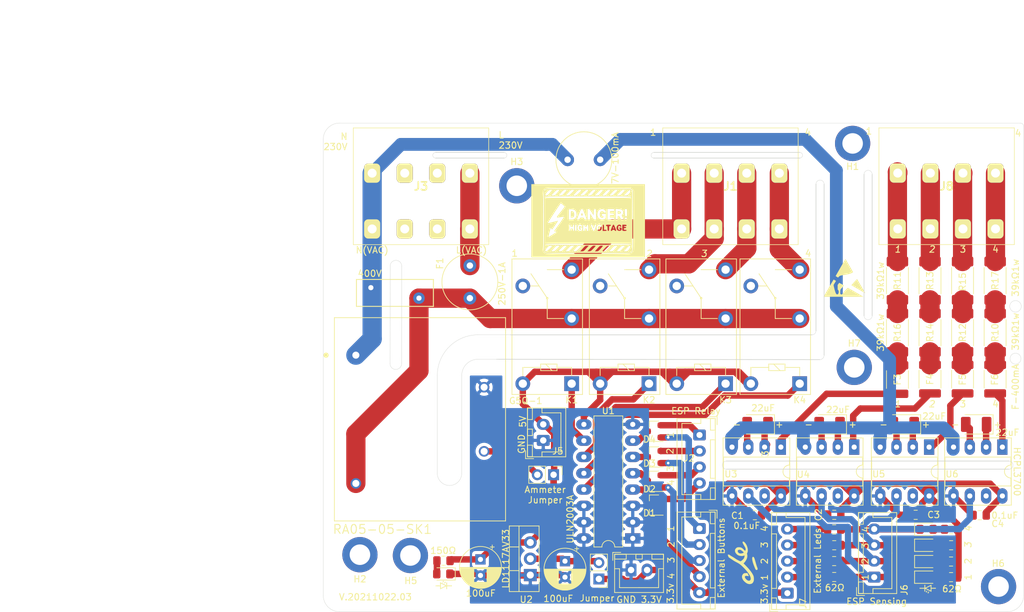
<source format=kicad_pcb>
(kicad_pcb (version 20171130) (host pcbnew "(5.1.6)-1")
  (layers (0 F.Cu signal) (31 B.Cu signal hide) (34 B.Paste user) (35 F.Paste user) (36 B.SilkS user) (37 F.SilkS user) (38 B.Mask user) (39 F.Mask user) (44 Edge.Cuts user))
  (net 0 "")
  (net 1 "220VAC(L)")
  (net 2 "220VAC(N)")
  (net 3 5V+)
  (net 4 3.3V+)
  (net 5 Sens4)
  (net 6 Sens3)
  (net 7 Sens2)
  (net 8 Sens1)
  (net 9 REO4)
  (net 10 REO3)
  (net 11 REO2)
  (net 12 REO1)
  (net 13 "Net-(22uF1-Pad2)")
  (net 14 "Net-(22uF1-Pad1)")
  (net 15 "Net-(22uF2-Pad2)")
  (net 16 "Net-(22uF2-Pad1)")
  (net 17 "Net-(22uF3-Pad2)")
  (net 18 "Net-(22uF3-Pad1)")
  (net 19 "Net-(22uF4-Pad2)")
  (net 20 "Net-(22uF4-Pad1)")
  (net 21 "GND(5V)")
  (net 22 REI1)
  (net 23 REI2)
  (net 24 REI3)
  (net 25 REI4)
  (net 26 "Net-(F1-Pad1)")
  (net 27 EspSens1)
  (net 28 EspSens2)
  (net 29 EspSens3)
  (net 30 EspSens4)
  (net 31 EspRel1)
  (net 32 EspRel2)
  (net 33 EspRel3)
  (net 34 EspRel4)
  (net 35 "Net-(J7-Pad5)")
  (net 36 "Net-(J7-Pad4)")
  (net 37 "Net-(J7-Pad3)")
  (net 38 "Net-(J7-Pad2)")
  (net 39 "Net-(D5-Pad2)")
  (net 40 "Net-(D6-Pad2)")
  (net 41 "Net-(D7-Pad2)")
  (net 42 "Net-(D8-Pad2)")
  (net 43 "Net-(D9-Pad2)")
  (net 44 "Net-(J9-Pad2)")
  (net 45 "Net-(F2-Pad1)")
  (net 46 "Net-(F3-Pad2)")
  (net 47 "Net-(F3-Pad1)")
  (net 48 "Net-(F4-Pad2)")
  (net 49 "Net-(F4-Pad1)")
  (net 50 "Net-(F5-Pad2)")
  (net 51 "Net-(F5-Pad1)")
  (net 52 "Net-(F6-Pad2)")
  (net 53 "Net-(F6-Pad1)")
  (net 54 "Net-(D1-Pad1)")
  (net 55 "Net-(D2-Pad1)")
  (net 56 "Net-(D3-Pad1)")
  (net 57 "Net-(D4-Pad1)")
  (net 58 "Net-(100uF_2-Pad1)")
  (net 59 "Net-(R10-Pad1)")
  (net 60 "Net-(R11-Pad2)")
  (net 61 "Net-(R12-Pad1)")
  (net 62 "Net-(R13-Pad2)")
  (net 63 EspR4)
  (net 64 EspR3)
  (net 65 EspR2)
  (net 66 EspR1)
  (module Package_DIP:DIP-16_W7.62mm_LongPads (layer F.Cu) (at 147.2565 132.1435 180)
    (fp_text reference U1 (at 3.81 19.9) (layer F.SilkS))
    (fp_text value ULN2003A)
    (pad 1 thru_hole rect (at 0 0 180) (size 2.4 1.6) (drill 0.8) (layers *.Cu *.Mask) (net 21 "GND(5V)"))
    (pad 9 thru_hole oval (at 7.62 17.78 180) (size 2.4 1.6) (drill 0.8) (layers *.Cu *.Mask) (net 3 5V+))
    (pad 2 thru_hole oval (at 0 2.54 180) (size 2.4 1.6) (drill 0.8) (layers *.Cu *.Mask) (net 21 "GND(5V)"))
    (pad 10 thru_hole oval (at 7.62 15.24 180) (size 2.4 1.6) (drill 0.8) (layers *.Cu *.Mask) (net 22 REI1))
    (pad 3 thru_hole oval (at 0 5.08 180) (size 2.4 1.6) (drill 0.8) (layers *.Cu *.Mask) (net 21 "GND(5V)"))
    (pad 11 thru_hole oval (at 7.62 12.7 180) (size 2.4 1.6) (drill 0.8) (layers *.Cu *.Mask) (net 23 REI2))
    (pad 4 thru_hole oval (at 0 7.62 180) (size 2.4 1.6) (drill 0.8) (layers *.Cu *.Mask) (net 34 EspRel4))
    (pad 12 thru_hole oval (at 7.62 10.16 180) (size 2.4 1.6) (drill 0.8) (layers *.Cu *.Mask) (net 24 REI3))
    (pad 5 thru_hole oval (at 0 10.16 180) (size 2.4 1.6) (drill 0.8) (layers *.Cu *.Mask) (net 33 EspRel3))
    (pad 13 thru_hole oval (at 7.62 7.62 180) (size 2.4 1.6) (drill 0.8) (layers *.Cu *.Mask) (net 25 REI4))
    (pad 6 thru_hole oval (at 0 12.7 180) (size 2.4 1.6) (drill 0.8) (layers *.Cu *.Mask) (net 32 EspRel2))
    (pad 14 thru_hole oval (at 7.62 5.08 180) (size 2.4 1.6) (drill 0.8) (layers *.Cu *.Mask) (net 21 "GND(5V)"))
    (pad 7 thru_hole oval (at 0 15.24 180) (size 2.4 1.6) (drill 0.8) (layers *.Cu *.Mask) (net 31 EspRel1))
    (pad 15 thru_hole oval (at 7.62 2.54 180) (size 2.4 1.6) (drill 0.8) (layers *.Cu *.Mask) (net 21 "GND(5V)"))
    (pad 8 thru_hole oval (at 0 17.78 180) (size 2.4 1.6) (drill 0.8) (layers *.Cu *.Mask) (net 21 "GND(5V)"))
    (pad 16 thru_hole oval (at 7.62 0 180) (size 2.4 1.6) (drill 0.8) (layers *.Cu *.Mask) (net 21 "GND(5V)"))
  )
  (module Capacitor_Tantalum_SMD:CP_EIA-3528-21_Kemet-B_Pad1.50x2.35mm_HandSolder (layer F.Cu) (at 200.814 114.3635 180)
    (fp_text reference 22uF4 hide)
    (fp_text value 22uF (at -4.8625 -1.27 180) (layer F.SilkS))
    (pad 2 smd roundrect (at 1.625 0 180) (size 1.5 2.35) (layers F.Cu F.Paste F.Mask) (roundrect_rratio 0.166667) (net 19 "Net-(22uF4-Pad2)"))
    (pad 1 smd roundrect (at -1.625 0 180) (size 1.5 2.35) (layers F.Cu F.Paste F.Mask) (roundrect_rratio 0.166667) (net 20 "Net-(22uF4-Pad1)"))
  )
  (module Capacitor_Tantalum_SMD:CP_EIA-3528-21_Kemet-B_Pad1.50x2.35mm_HandSolder (layer F.Cu) (at 189.5215 114.3635 180)
    (fp_text reference 22uF3 hide)
    (fp_text value 22uF (at -4.725 1.27 180) (layer F.SilkS))
    (pad 2 smd roundrect (at 1.625 0 180) (size 1.5 2.35) (layers F.Cu F.Paste F.Mask) (roundrect_rratio 0.166667) (net 17 "Net-(22uF3-Pad2)"))
    (pad 1 smd roundrect (at -1.625 0 180) (size 1.5 2.35) (layers F.Cu F.Paste F.Mask) (roundrect_rratio 0.166667) (net 18 "Net-(22uF3-Pad1)"))
  )
  (module Capacitor_Tantalum_SMD:CP_EIA-3528-21_Kemet-B_Pad1.50x2.35mm_HandSolder (layer F.Cu) (at 177.954 114.3635 180)
    (fp_text reference 22uF2 hide)
    (fp_text value 22uF (at -1.3065 2.286 180) (layer F.SilkS))
    (pad 2 smd roundrect (at 1.625 0 180) (size 1.5 2.35) (layers F.Cu F.Paste F.Mask) (roundrect_rratio 0.166667) (net 15 "Net-(22uF2-Pad2)"))
    (pad 1 smd roundrect (at -1.625 0 180) (size 1.5 2.35) (layers F.Cu F.Paste F.Mask) (roundrect_rratio 0.166667) (net 16 "Net-(22uF2-Pad1)"))
  )
  (module Capacitor_Tantalum_SMD:CP_EIA-3528-21_Kemet-B_Pad1.50x2.35mm_HandSolder (layer F.Cu) (at 166.724 114.3635 180)
    (fp_text reference 22uF1 hide)
    (fp_text value 22uF (at -0.8525 2.54 180) (layer F.SilkS))
    (pad 2 smd roundrect (at 1.625 0 180) (size 1.5 2.35) (layers F.Cu F.Paste F.Mask) (roundrect_rratio 0.166667) (net 13 "Net-(22uF1-Pad2)"))
    (pad 1 smd roundrect (at -1.625 0 180) (size 1.5 2.35) (layers F.Cu F.Paste F.Mask) (roundrect_rratio 0.166667) (net 14 "Net-(22uF1-Pad1)"))
  )
  (module icons:che (layer F.Cu) (at 164.4015 135.9535 90)
    (fp_text reference " " hide)
    (fp_text value "   " hide)
  )
  (module Fuse:Fuse_Littelfuse_372_D8.50mm (layer F.Cu) (at 137.0965 73.0885)
    (fp_text reference F2 hide)
    (fp_text value 7V-100mA (at 7.4295 -0.254 -90) (layer F.SilkS))
    (pad 2 thru_hole circle (at 5.08 0) (size 2 2) (drill 1) (layers *.Cu *.Mask) (net 2 "220VAC(N)"))
    (pad 1 thru_hole circle (at 0 0) (size 2 2) (drill 1) (layers *.Cu *.Mask) (net 45 "Net-(F2-Pad1)"))
  )
  (module Resistor_SMD:R_2512_6332Metric_Pad1.52x3.35mm_HandSolder (layer F.Cu) (at 203.7715 91.951 270)
    (fp_text reference R17 (at 0 0 90) (layer F.SilkS))
    (fp_text value 39kΩ1w (at -0.4475 -3.175 90) (layer F.SilkS))
    (pad 2 smd roundrect (at 2.9875 0 270) (size 1.525 3.35) (layers F.Cu F.Paste F.Mask) (roundrect_rratio 0.163934) (net 59 "Net-(R10-Pad1)"))
    (pad 1 smd roundrect (at -2.9875 0 270) (size 1.525 3.35) (layers F.Cu F.Paste F.Mask) (roundrect_rratio 0.163934) (net 5 Sens4))
  )
  (module Resistor_SMD:R_2512_6332Metric_Pad1.52x3.35mm_HandSolder (layer F.Cu) (at 198.6915 91.951 270)
    (fp_text reference R15 (at 0.1875 0 90) (layer F.SilkS))
    (fp_text value 39kΩ1w)
    (pad 2 smd roundrect (at 2.9875 0 270) (size 1.525 3.35) (layers F.Cu F.Paste F.Mask) (roundrect_rratio 0.163934) (net 61 "Net-(R12-Pad1)"))
    (pad 1 smd roundrect (at -2.9875 0 270) (size 1.525 3.35) (layers F.Cu F.Paste F.Mask) (roundrect_rratio 0.163934) (net 6 Sens3))
  )
  (module Resistor_SMD:R_2512_6332Metric_Pad1.52x3.35mm_HandSolder (layer F.Cu) (at 193.6115 91.951 270)
    (fp_text reference R13 (at 0 0 90) (layer F.SilkS))
    (fp_text value 39kΩ1w)
    (pad 2 smd roundrect (at 2.9875 0 270) (size 1.525 3.35) (layers F.Cu F.Paste F.Mask) (roundrect_rratio 0.163934) (net 62 "Net-(R13-Pad2)"))
    (pad 1 smd roundrect (at -2.9875 0 270) (size 1.525 3.35) (layers F.Cu F.Paste F.Mask) (roundrect_rratio 0.163934) (net 8 Sens1))
  )
  (module Resistor_SMD:R_2512_6332Metric_Pad1.52x3.35mm_HandSolder (layer F.Cu) (at 188.5315 91.951 270)
    (fp_text reference R11 (at 0 0 90) (layer F.SilkS))
    (fp_text value 39kΩ1w (at 0 2.62 90) (layer F.SilkS))
    (pad 2 smd roundrect (at 2.9875 0 270) (size 1.525 3.35) (layers F.Cu F.Paste F.Mask) (roundrect_rratio 0.163934) (net 60 "Net-(R11-Pad2)"))
    (pad 1 smd roundrect (at -2.9875 0 270) (size 1.525 3.35) (layers F.Cu F.Paste F.Mask) (roundrect_rratio 0.163934) (net 7 Sens2))
  )
  (module Connector_PinHeader_2.54mm:PinHeader_1x02_P2.54mm_Vertical (layer F.Cu) (at 141.9733 138.4681 180)
    (fp_text reference J11 hide)
    (fp_text value "Current Jumper" hide)
    (fp_text user Jumper (at 0.2794 -2.9972 180) (layer F.SilkS))
    (pad 2 thru_hole oval (at 0 2.54 180) (size 1.7 1.7) (drill 1) (layers *.Cu *.Mask) (net 58 "Net-(100uF_2-Pad1)"))
    (pad 1 thru_hole rect (at 0 0 180) (size 1.7 1.7) (drill 1) (layers *.Cu *.Mask) (net 4 3.3V+))
  )
  (module Connector_JST:JST_XH_B2B-XH-A_1x02_P2.50mm_Vertical (layer F.Cu) (at 146.9917 137.0711)
    (fp_text reference J10 hide)
    (fp_text value "GND 3.3V" (at 1.25 4.6) (layer F.SilkS))
    (pad 2 thru_hole oval (at 2.5 0) (size 1.7 2) (drill 1) (layers *.Cu *.Mask) (net 4 3.3V+))
    (pad 1 thru_hole roundrect (at 0 0) (size 1.7 2) (drill 1) (layers *.Cu *.Mask) (roundrect_rratio 0.147059) (net 21 "GND(5V)"))
  )
  (module Symbol:ESD-Logo_6.6x6mm_SilkScreen (layer F.Cu) (at 180.2765 91.5035)
    (fp_text reference REF** hide)
    (fp_text value ESD-Logo_6.6x6mm_SilkScreen hide)
  )
  (module icons:led_6000dpi (layer F.Cu) (at 117.7925 139.3825)
    (fp_text reference e hide)
    (fp_text value " " hide)
  )
  (module icons:led_6000dpi (layer F.Cu) (at 193.2559 140.0683 180)
    (fp_text reference " " hide)
    (fp_text value " " hide)
  )
  (module LED_SMD:LED_0805_2012Metric_Pad1.15x1.40mm_HandSolder (layer F.Cu) (at 193.0691 130.7211)
    (fp_text reference D8 hide)
    (fp_text value LED)
    (pad 2 smd roundrect (at 1.025 0) (size 1.15 1.4) (layers F.Cu F.Paste F.Mask) (roundrect_rratio 0.217391) (net 42 "Net-(D8-Pad2)"))
    (pad 1 smd roundrect (at -1.025 0) (size 1.15 1.4) (layers F.Cu F.Paste F.Mask) (roundrect_rratio 0.217391) (net 27 EspSens1))
  )
  (module Resistor_SMD:R_0805_2012Metric_Pad1.15x1.40mm_HandSolder (layer F.Cu) (at 117.7417 135.6233)
    (fp_text reference R9 hide)
    (fp_text value 150Ω (at -0.0508 -1.5748) (layer F.SilkS))
    (pad 2 smd roundrect (at 1.025 0) (size 1.15 1.4) (layers F.Cu F.Paste F.Mask) (roundrect_rratio 0.217391) (net 3 5V+))
    (pad 1 smd roundrect (at -1.025 0) (size 1.15 1.4) (layers F.Cu F.Paste F.Mask) (roundrect_rratio 0.217391) (net 43 "Net-(D9-Pad2)"))
  )
  (module LED_SMD:LED_0805_2012Metric_Pad1.15x1.40mm_HandSolder (layer F.Cu) (at 117.7163 137.6807 180)
    (fp_text reference D9 hide)
    (fp_text value LED hide)
    (pad 2 smd roundrect (at 1.025 0 180) (size 1.15 1.4) (layers F.Cu F.Paste F.Mask) (roundrect_rratio 0.217391) (net 43 "Net-(D9-Pad2)"))
    (pad 1 smd roundrect (at -1.025 0 180) (size 1.15 1.4) (layers F.Cu F.Paste F.Mask) (roundrect_rratio 0.217391) (net 21 "GND(5V)"))
  )
  (module Capacitor_SMD:C_0805_2012Metric_Pad1.15x1.40mm_HandSolder (layer F.Cu) (at 201.3585 128.524 180)
    (fp_text reference C4 (at -2.8194 -1.3335) (layer F.SilkS))
    (fp_text value 0.1uF (at -3.9116 -0.0381) (layer F.SilkS))
    (pad 2 smd roundrect (at 1.025 0 180) (size 1.15 1.4) (layers F.Cu F.Paste F.Mask) (roundrect_rratio 0.217391) (net 21 "GND(5V)"))
    (pad 1 smd roundrect (at -1.025 0 180) (size 1.15 1.4) (layers F.Cu F.Paste F.Mask) (roundrect_rratio 0.217391) (net 4 3.3V+))
  )
  (module Capacitor_SMD:C_0805_2012Metric_Pad1.15x1.40mm_HandSolder (layer F.Cu) (at 191.38 128.4605 180)
    (fp_text reference C3 (at -2.803 0) (layer F.SilkS))
    (fp_text value 0.1uF)
    (pad 2 smd roundrect (at 1.025 0 180) (size 1.15 1.4) (layers F.Cu F.Paste F.Mask) (roundrect_rratio 0.217391) (net 21 "GND(5V)"))
    (pad 1 smd roundrect (at -1.025 0 180) (size 1.15 1.4) (layers F.Cu F.Paste F.Mask) (roundrect_rratio 0.217391) (net 4 3.3V+))
  )
  (module Capacitor_SMD:C_0805_2012Metric_Pad1.15x1.40mm_HandSolder (layer F.Cu) (at 166.2975 128.524 180)
    (fp_text reference C1 (at 2.7215 -0.0635) (layer F.SilkS))
    (fp_text value 0.1uF (at 1.261 -1.6383) (layer F.SilkS))
    (pad 2 smd roundrect (at 1.025 0 180) (size 1.15 1.4) (layers F.Cu F.Paste F.Mask) (roundrect_rratio 0.217391) (net 21 "GND(5V)"))
    (pad 1 smd roundrect (at -1.025 0 180) (size 1.15 1.4) (layers F.Cu F.Paste F.Mask) (roundrect_rratio 0.217391) (net 4 3.3V+))
  )
  (module Capacitor_SMD:C_0805_2012Metric_Pad1.15x1.40mm_HandSolder (layer F.Cu) (at 178.68 128.4605 180)
    (fp_text reference C2 (at 2.4675 0 90) (layer F.SilkS))
    (fp_text value 0.1uF)
    (pad 2 smd roundrect (at 1.025 0 180) (size 1.15 1.4) (layers F.Cu F.Paste F.Mask) (roundrect_rratio 0.217391) (net 21 "GND(5V)"))
    (pad 1 smd roundrect (at -1.025 0 180) (size 1.15 1.4) (layers F.Cu F.Paste F.Mask) (roundrect_rratio 0.217391) (net 4 3.3V+))
  )
  (module LED_SMD:LED_0805_2012Metric_Pad1.15x1.40mm_HandSolder (layer F.Cu) (at 193.0691 133.2103)
    (fp_text reference D7 hide)
    (fp_text value LED)
    (pad 2 smd roundrect (at 1.025 0) (size 1.15 1.4) (layers F.Cu F.Paste F.Mask) (roundrect_rratio 0.217391) (net 41 "Net-(D7-Pad2)"))
    (pad 1 smd roundrect (at -1.025 0) (size 1.15 1.4) (layers F.Cu F.Paste F.Mask) (roundrect_rratio 0.217391) (net 28 EspSens2))
  )
  (module LED_SMD:LED_0805_2012Metric_Pad1.15x1.40mm_HandSolder (layer F.Cu) (at 193.0691 135.7503)
    (fp_text reference D6 hide)
    (fp_text value LED)
    (pad 2 smd roundrect (at 1.025 0) (size 1.15 1.4) (layers F.Cu F.Paste F.Mask) (roundrect_rratio 0.217391) (net 40 "Net-(D6-Pad2)"))
    (pad 1 smd roundrect (at -1.025 0) (size 1.15 1.4) (layers F.Cu F.Paste F.Mask) (roundrect_rratio 0.217391) (net 29 EspSens3))
  )
  (module LED_SMD:LED_0805_2012Metric_Pad1.15x1.40mm_HandSolder (layer F.Cu) (at 193.0691 138.1887)
    (fp_text reference D5 hide)
    (fp_text value LED)
    (pad 2 smd roundrect (at 1.025 0) (size 1.15 1.4) (layers F.Cu F.Paste F.Mask) (roundrect_rratio 0.217391) (net 39 "Net-(D5-Pad2)"))
    (pad 1 smd roundrect (at -1.025 0) (size 1.15 1.4) (layers F.Cu F.Paste F.Mask) (roundrect_rratio 0.217391) (net 30 EspSens4))
  )
  (module Package_TO_SOT_SMD:SOT-23 (layer F.Cu) (at 150.606 126.9435 180)
    (fp_text reference D1 (at 0.75 -1.25) (layer F.SilkS))
    (fp_text value D_Schottky_x2_KCom_AAK)
    (pad 3 smd rect (at 1 0 180) (size 0.9 0.8) (layers F.Cu F.Paste F.Mask) (net 34 EspRel4))
    (pad 2 smd rect (at -1 0.95 180) (size 0.9 0.8) (layers F.Cu F.Paste F.Mask) (net 63 EspR4))
    (pad 1 smd rect (at -1 -0.95 180) (size 0.9 0.8) (layers F.Cu F.Paste F.Mask) (net 54 "Net-(D1-Pad1)"))
  )
  (module Package_TO_SOT_SMD:SOT-23 (layer F.Cu) (at 150.606 123.2435 180)
    (fp_text reference D2 (at 0.75 -1.2) (layer F.SilkS))
    (fp_text value D_Schottky_x2_KCom_AAK)
    (pad 3 smd rect (at 1 0 180) (size 0.9 0.8) (layers F.Cu F.Paste F.Mask) (net 33 EspRel3))
    (pad 2 smd rect (at -1 0.95 180) (size 0.9 0.8) (layers F.Cu F.Paste F.Mask) (net 64 EspR3))
    (pad 1 smd rect (at -1 -0.95 180) (size 0.9 0.8) (layers F.Cu F.Paste F.Mask) (net 55 "Net-(D2-Pad1)"))
  )
  (module Package_TO_SOT_SMD:SOT-23 (layer F.Cu) (at 150.606 119.4435 180)
    (fp_text reference D3 (at 0.75 -1) (layer F.SilkS))
    (fp_text value D_Schottky_x2_KCom_AAK)
    (pad 3 smd rect (at 1 0 180) (size 0.9 0.8) (layers F.Cu F.Paste F.Mask) (net 32 EspRel2))
    (pad 2 smd rect (at -1 0.95 180) (size 0.9 0.8) (layers F.Cu F.Paste F.Mask) (net 65 EspR2))
    (pad 1 smd rect (at -1 -0.95 180) (size 0.9 0.8) (layers F.Cu F.Paste F.Mask) (net 56 "Net-(D3-Pad1)"))
  )
  (module Package_TO_SOT_SMD:SOT-23 (layer F.Cu) (at 150.606 115.443 180)
    (fp_text reference D4 (at 0.75 -1.25) (layer F.SilkS))
    (fp_text value D_Schottky_x2_KCom_AAK)
    (pad 3 smd rect (at 1 0 180) (size 0.9 0.8) (layers F.Cu F.Paste F.Mask) (net 31 EspRel1))
    (pad 2 smd rect (at -1 0.95 180) (size 0.9 0.8) (layers F.Cu F.Paste F.Mask) (net 66 EspR1))
    (pad 1 smd rect (at -1 -0.95 180) (size 0.9 0.8) (layers F.Cu F.Paste F.Mask) (net 57 "Net-(D4-Pad1)"))
  )
  (module Fuse:Fuse_1812_4532Metric_Pad1.30x3.40mm_HandSolder (layer F.Cu) (at 203.7715 107.3055 270)
    (fp_text reference F6 (at 0.073 0.056 90) (layer F.SilkS))
    (fp_text value Fuse)
    (pad 2 smd roundrect (at 2.225 0 270) (size 1.3 3.4) (layers F.Cu F.Paste F.Mask) (roundrect_rratio 0.192308) (net 52 "Net-(F6-Pad2)"))
    (pad 1 smd roundrect (at -2.225 0 270) (size 1.3 3.4) (layers F.Cu F.Paste F.Mask) (roundrect_rratio 0.192308) (net 53 "Net-(F6-Pad1)"))
  )
  (module Fuse:Fuse_1812_4532Metric_Pad1.30x3.40mm_HandSolder (layer F.Cu) (at 198.6915 107.3055 270)
    (fp_text reference F5 (at 0.073 0 90) (layer F.SilkS))
    (fp_text value Fuse)
    (pad 2 smd roundrect (at 2.225 0 270) (size 1.3 3.4) (layers F.Cu F.Paste F.Mask) (roundrect_rratio 0.192308) (net 50 "Net-(F5-Pad2)"))
    (pad 1 smd roundrect (at -2.225 0 270) (size 1.3 3.4) (layers F.Cu F.Paste F.Mask) (roundrect_rratio 0.192308) (net 51 "Net-(F5-Pad1)"))
  )
  (module Fuse:Fuse_1812_4532Metric_Pad1.30x3.40mm_HandSolder (layer F.Cu) (at 193.6115 107.3055 270)
    (fp_text reference F4 (at 0 0 90) (layer F.SilkS))
    (fp_text value Fuse)
    (pad 2 smd roundrect (at 2.225 0 270) (size 1.3 3.4) (layers F.Cu F.Paste F.Mask) (roundrect_rratio 0.192308) (net 48 "Net-(F4-Pad2)"))
    (pad 1 smd roundrect (at -2.225 0 270) (size 1.3 3.4) (layers F.Cu F.Paste F.Mask) (roundrect_rratio 0.192308) (net 49 "Net-(F4-Pad1)"))
  )
  (module Fuse:Fuse_1812_4532Metric_Pad1.30x3.40mm_HandSolder (layer F.Cu) (at 188.5315 107.369 270)
    (fp_text reference F3 (at 0 0 90) (layer F.SilkS))
    (fp_text value Fuse)
    (pad 2 smd roundrect (at 2.225 0 270) (size 1.3 3.4) (layers F.Cu F.Paste F.Mask) (roundrect_rratio 0.192308) (net 46 "Net-(F3-Pad2)"))
    (pad 1 smd roundrect (at -2.225 0 270) (size 1.3 3.4) (layers F.Cu F.Paste F.Mask) (roundrect_rratio 0.192308) (net 47 "Net-(F3-Pad1)"))
  )
  (module Resistor_SMD:R_0805_2012Metric_Pad1.15x1.40mm_HandSolder (layer F.Cu) (at 196.9085 130.7211)
    (fp_text reference R8 hide)
    (fp_text value 62Ω)
    (pad 2 smd roundrect (at 1.025 0) (size 1.15 1.4) (layers F.Cu F.Paste F.Mask) (roundrect_rratio 0.217391) (net 4 3.3V+))
    (pad 1 smd roundrect (at -1.025 0) (size 1.15 1.4) (layers F.Cu F.Paste F.Mask) (roundrect_rratio 0.217391) (net 42 "Net-(D8-Pad2)"))
  )
  (module Resistor_SMD:R_0805_2012Metric_Pad1.15x1.40mm_HandSolder (layer F.Cu) (at 196.9085 133.207)
    (fp_text reference R7 hide)
    (fp_text value 62Ω)
    (pad 2 smd roundrect (at 1.025 0) (size 1.15 1.4) (layers F.Cu F.Paste F.Mask) (roundrect_rratio 0.217391) (net 4 3.3V+))
    (pad 1 smd roundrect (at -1.025 0) (size 1.15 1.4) (layers F.Cu F.Paste F.Mask) (roundrect_rratio 0.217391) (net 41 "Net-(D7-Pad2)"))
  )
  (module Resistor_SMD:R_0805_2012Metric_Pad1.15x1.40mm_HandSolder (layer F.Cu) (at 196.8971 135.7503)
    (fp_text reference R6 hide)
    (fp_text value 62Ω)
    (pad 2 smd roundrect (at 1.025 0) (size 1.15 1.4) (layers F.Cu F.Paste F.Mask) (roundrect_rratio 0.217391) (net 4 3.3V+))
    (pad 1 smd roundrect (at -1.025 0) (size 1.15 1.4) (layers F.Cu F.Paste F.Mask) (roundrect_rratio 0.217391) (net 40 "Net-(D6-Pad2)"))
  )
  (module Resistor_SMD:R_0805_2012Metric_Pad1.15x1.40mm_HandSolder (layer F.Cu) (at 196.8971 138.1887)
    (fp_text reference R5 hide)
    (fp_text value 62Ω)
    (pad 2 smd roundrect (at 1.025 0) (size 1.15 1.4) (layers F.Cu F.Paste F.Mask) (roundrect_rratio 0.217391) (net 4 3.3V+))
    (pad 1 smd roundrect (at -1.025 0) (size 1.15 1.4) (layers F.Cu F.Paste F.Mask) (roundrect_rratio 0.217391) (net 39 "Net-(D5-Pad2)"))
  )
  (module Resistor_SMD:R_0805_2012Metric_Pad1.15x1.40mm_HandSolder (layer F.Cu) (at 178.675 138.16 180)
    (fp_text reference R4 hide)
    (fp_text value 62Ω (at -0.0775 -1.6797) (layer F.SilkS))
    (pad 2 smd roundrect (at 1.025 0 180) (size 1.15 1.4) (layers F.Cu F.Paste F.Mask) (roundrect_rratio 0.217391) (net 38 "Net-(J7-Pad2)"))
    (pad 1 smd roundrect (at -1.025 0 180) (size 1.15 1.4) (layers F.Cu F.Paste F.Mask) (roundrect_rratio 0.217391) (net 30 EspSens4))
  )
  (module Resistor_SMD:R_0805_2012Metric_Pad1.15x1.40mm_HandSolder (layer F.Cu) (at 178.666 135.6835 180)
    (fp_text reference R3 hide)
    (fp_text value 62Ω)
    (pad 2 smd roundrect (at 1.025 0 180) (size 1.15 1.4) (layers F.Cu F.Paste F.Mask) (roundrect_rratio 0.217391) (net 37 "Net-(J7-Pad3)"))
    (pad 1 smd roundrect (at -1.025 0 180) (size 1.15 1.4) (layers F.Cu F.Paste F.Mask) (roundrect_rratio 0.217391) (net 29 EspSens3))
  )
  (module Resistor_SMD:R_0805_2012Metric_Pad1.15x1.40mm_HandSolder (layer F.Cu) (at 178.675 133.207 180)
    (fp_text reference R2 hide)
    (fp_text value 62Ω)
    (pad 2 smd roundrect (at 1.025 0 180) (size 1.15 1.4) (layers F.Cu F.Paste F.Mask) (roundrect_rratio 0.217391) (net 36 "Net-(J7-Pad4)"))
    (pad 1 smd roundrect (at -1.025 0 180) (size 1.15 1.4) (layers F.Cu F.Paste F.Mask) (roundrect_rratio 0.217391) (net 28 EspSens2))
  )
  (module Resistor_SMD:R_0805_2012Metric_Pad1.15x1.40mm_HandSolder (layer F.Cu) (at 178.666 130.7305 180)
    (fp_text reference R1 hide)
    (fp_text value 62Ω)
    (pad 2 smd roundrect (at 1.025 0 180) (size 1.15 1.4) (layers F.Cu F.Paste F.Mask) (roundrect_rratio 0.217391) (net 35 "Net-(J7-Pad5)"))
    (pad 1 smd roundrect (at -1.025 0 180) (size 1.15 1.4) (layers F.Cu F.Paste F.Mask) (roundrect_rratio 0.217391) (net 27 EspSens1))
  )
  (module Resistor_SMD:R_2512_6332Metric_Pad1.52x3.35mm_HandSolder (layer F.Cu) (at 188.5315 100.061 270)
    (fp_text reference R16 (at 0 0 90) (layer F.SilkS))
    (fp_text value 39kΩ1w (at 0 2.62 90) (layer F.SilkS))
    (pad 2 smd roundrect (at 2.9875 0 270) (size 1.525 3.35) (layers F.Cu F.Paste F.Mask) (roundrect_rratio 0.163934) (net 47 "Net-(F3-Pad1)"))
    (pad 1 smd roundrect (at -2.9875 0 270) (size 1.525 3.35) (layers F.Cu F.Paste F.Mask) (roundrect_rratio 0.163934) (net 60 "Net-(R11-Pad2)"))
  )
  (module Resistor_SMD:R_2512_6332Metric_Pad1.52x3.35mm_HandSolder (layer F.Cu) (at 193.6115 100.061 270)
    (fp_text reference R14 (at 0 0 90) (layer F.SilkS))
    (fp_text value 39kΩ1w)
    (pad 2 smd roundrect (at 2.9875 0 270) (size 1.525 3.35) (layers F.Cu F.Paste F.Mask) (roundrect_rratio 0.163934) (net 49 "Net-(F4-Pad1)"))
    (pad 1 smd roundrect (at -2.9875 0 270) (size 1.525 3.35) (layers F.Cu F.Paste F.Mask) (roundrect_rratio 0.163934) (net 62 "Net-(R13-Pad2)"))
  )
  (module Resistor_SMD:R_2512_6332Metric_Pad1.52x3.35mm_HandSolder (layer F.Cu) (at 198.6915 100.061 270)
    (fp_text reference R12 (at 0 0 90) (layer F.SilkS))
    (fp_text value 39kΩ1w)
    (pad 2 smd roundrect (at 2.9875 0 270) (size 1.525 3.35) (layers F.Cu F.Paste F.Mask) (roundrect_rratio 0.163934) (net 51 "Net-(F5-Pad1)"))
    (pad 1 smd roundrect (at -2.9875 0 270) (size 1.525 3.35) (layers F.Cu F.Paste F.Mask) (roundrect_rratio 0.163934) (net 61 "Net-(R12-Pad1)"))
  )
  (module Resistor_SMD:R_2512_6332Metric_Pad1.52x3.35mm_HandSolder (layer F.Cu) (at 203.7715 100.061 270)
    (fp_text reference R10 (at 0 0 90) (layer F.SilkS))
    (fp_text value 39kΩ1w (at -0.1755 -3.175 90) (layer F.SilkS))
    (pad 2 smd roundrect (at 2.9875 0 270) (size 1.525 3.35) (layers F.Cu F.Paste F.Mask) (roundrect_rratio 0.163934) (net 53 "Net-(F6-Pad1)"))
    (pad 1 smd roundrect (at -2.9875 0 270) (size 1.525 3.35) (layers F.Cu F.Paste F.Mask) (roundrect_rratio 0.163934) (net 59 "Net-(R10-Pad1)"))
  )
  (module 1017505_updated_pretty:1017505_pretty (layer F.Cu) (at 203.8275 83.8715 180)
    (fp_text reference J8 (at 7.62 6.65) (layer F.SilkS) (effects (font (size 1.27 1.27) (thickness 0.254))))
    (fp_text value 1017505 hide)
    (pad 1 thru_hole roundrect (at 0 0 270) (size 3 2.5) (drill 1.4) (layers *.Cu *.Mask F.SilkS) (net 5 Sens4))
    (pad 2 thru_hole roundrect (at 0 8.7 270) (size 3 2.5) (drill 1.4) (layers *.Cu *.Mask F.SilkS) (net 5 Sens4))
    (pad 3 thru_hole roundrect (at 5.08 0 270) (size 3 2.5) (drill 1.4) (layers *.Cu *.Mask F.SilkS) (net 6 Sens3))
    (pad 4 thru_hole roundrect (at 5.08 8.7 270) (size 3 2.5) (drill 1.4) (layers *.Cu *.Mask F.SilkS) (net 6 Sens3))
    (pad 5 thru_hole roundrect (at 10.16 0 270) (size 3 2.5) (drill 1.4) (layers *.Cu *.Mask F.SilkS) (net 8 Sens1))
    (pad 6 thru_hole roundrect (at 10.16 8.7 270) (size 3 2.5) (drill 1.4) (layers *.Cu *.Mask F.SilkS) (net 8 Sens1))
    (pad 7 thru_hole roundrect (at 15.24 0 270) (size 3 2.5) (drill 1.4) (layers *.Cu *.Mask F.SilkS) (net 7 Sens2))
    (pad 8 thru_hole roundrect (at 15.24 8.7 270) (size 3 2.5) (drill 1.4) (layers *.Cu *.Mask F.SilkS) (net 7 Sens2))
  )
  (module 1017505_updated_pretty:1017505_pretty (layer F.Cu) (at 121.8565 83.8835 180)
    (fp_text reference J3 (at 7.62 6.65) (layer F.SilkS) (effects (font (size 1.27 1.27) (thickness 0.254))))
    (fp_text value 1017505 hide)
    (pad 1 thru_hole roundrect (at 0 0 270) (size 3 2.5) (drill 1.4) (layers *.Cu *.Mask F.SilkS) (net 26 "Net-(F1-Pad1)"))
    (pad 2 thru_hole roundrect (at 0 8.7 270) (size 3 2.5) (drill 1.4) (layers *.Cu *.Mask F.SilkS) (net 26 "Net-(F1-Pad1)"))
    (pad 3 thru_hole roundrect (at 5.08 0 270) (size 3 2.5) (drill 1.4) (layers *.Cu *.Mask F.SilkS))
    (pad 4 thru_hole roundrect (at 5.08 8.7 270) (size 3 2.5) (drill 1.4) (layers *.Cu *.Mask F.SilkS))
    (pad 5 thru_hole roundrect (at 10.16 0 270) (size 3 2.5) (drill 1.4) (layers *.Cu *.Mask F.SilkS))
    (pad 6 thru_hole roundrect (at 10.16 8.7 270) (size 3 2.5) (drill 1.4) (layers *.Cu *.Mask F.SilkS))
    (pad 7 thru_hole roundrect (at 15.24 0 270) (size 3 2.5) (drill 1.4) (layers *.Cu *.Mask F.SilkS) (net 45 "Net-(F2-Pad1)"))
    (pad 8 thru_hole roundrect (at 15.24 8.7 270) (size 3 2.5) (drill 1.4) (layers *.Cu *.Mask F.SilkS) (net 45 "Net-(F2-Pad1)"))
  )
  (module 1017505_updated_pretty:1017505_pretty (layer F.Cu) (at 170.1165 83.8835 180)
    (fp_text reference J1 (at 7.62 6.65) (layer F.SilkS) (effects (font (size 1.27 1.27) (thickness 0.254))))
    (fp_text value 1017505 hide)
    (pad 1 thru_hole roundrect (at 0 0 270) (size 3 2.5) (drill 1.4) (layers *.Cu *.Mask F.SilkS) (net 9 REO4))
    (pad 2 thru_hole roundrect (at 0 8.7 270) (size 3 2.5) (drill 1.4) (layers *.Cu *.Mask F.SilkS) (net 9 REO4))
    (pad 3 thru_hole roundrect (at 5.08 0 270) (size 3 2.5) (drill 1.4) (layers *.Cu *.Mask F.SilkS) (net 10 REO3))
    (pad 4 thru_hole roundrect (at 5.08 8.7 270) (size 3 2.5) (drill 1.4) (layers *.Cu *.Mask F.SilkS) (net 10 REO3))
    (pad 5 thru_hole roundrect (at 10.16 0 270) (size 3 2.5) (drill 1.4) (layers *.Cu *.Mask F.SilkS) (net 11 REO2))
    (pad 6 thru_hole roundrect (at 10.16 8.7 270) (size 3 2.5) (drill 1.4) (layers *.Cu *.Mask F.SilkS) (net 11 REO2))
    (pad 7 thru_hole roundrect (at 15.24 0 270) (size 3 2.5) (drill 1.4) (layers *.Cu *.Mask F.SilkS) (net 12 REO1))
    (pad 8 thru_hole roundrect (at 15.24 8.7 270) (size 3 2.5) (drill 1.4) (layers *.Cu *.Mask F.SilkS) (net 12 REO1))
  )
  (module Connector_PinHeader_2.54mm:PinHeader_1x02_P2.54mm_Vertical (layer F.Cu) (at 134.9121 122.21464 270)
    (fp_text reference J9 hide)
    (fp_text value "Current Jumper" hide)
    (pad 2 thru_hole oval (at 0 2.54 270) (size 1.7 1.7) (drill 1) (layers *.Cu *.Mask) (net 44 "Net-(J9-Pad2)"))
    (pad 1 thru_hole rect (at 0 0 270) (size 1.7 1.7) (drill 1) (layers *.Cu *.Mask) (net 3 5V+))
  )
  (module MountingHole:MountingHole_3.2mm_M3_ISO14580_Pad (layer F.Cu) (at 181.8005 105.4735)
    (fp_text reference H7 (at 0 -3.75) (layer F.SilkS))
    (fp_text value MountingHole_Pad)
    (pad 1 thru_hole circle (at 0 0) (size 5.5 5.5) (drill 3.2) (layers *.Cu *.Mask))
  )
  (module Capacitor_THT:CP_Radial_D6.3mm_P2.50mm (layer F.Cu) (at 136.6901 135.6887 270)
    (fp_text reference 100uF_2 hide)
    (fp_text value 100uF hide)
    (fp_text user 100uF (at 5.8528 1.0414) (layer F.SilkS))
    (pad 2 thru_hole circle (at 2.5 0 270) (size 1.6 1.6) (drill 0.8) (layers *.Cu *.Mask) (net 21 "GND(5V)"))
    (pad 1 thru_hole rect (at 0 0 270) (size 1.6 1.6) (drill 0.8) (layers *.Cu *.Mask) (net 58 "Net-(100uF_2-Pad1)"))
  )
  (module Capacitor_THT:CP_Radial_D6.3mm_P2.50mm (layer F.Cu) (at 123.5075 135.4201 270)
    (fp_text reference 100uF_1 hide)
    (fp_text value 100uF hide)
    (fp_text user 100uF (at 5.2832 -0.0508) (layer F.SilkS))
    (pad 2 thru_hole circle (at 2.5 0 270) (size 1.6 1.6) (drill 0.8) (layers *.Cu *.Mask) (net 21 "GND(5V)"))
    (pad 1 thru_hole rect (at 0 0 270) (size 1.6 1.6) (drill 0.8) (layers *.Cu *.Mask) (net 3 5V+))
  )
  (module icons:danger1_negative (layer F.Cu) (at 140.2715 82.6135)
    (fp_text reference G*** hide)
    (fp_text value LOGO hide)
  )
  (module Varistor:RV_Disc_D12mm_W4.2mm_P7.5mm (layer F.Cu) (at 106.4165 93.04017)
    (fp_text reference RV1 hide)
    (fp_text value 400V (at -0.181 -2.19707) (layer F.SilkS))
    (pad 2 thru_hole circle (at 7.5 1.63333) (size 1.8 1.8) (drill 0.8) (layers *.Cu *.Mask) (net 1 "220VAC(L)"))
    (pad 1 thru_hole circle (at 0 0) (size 1.8 1.8) (drill 0.8) (layers *.Cu *.Mask) (net 45 "Net-(F2-Pad1)"))
  )
  (module MountingHole:MountingHole_3.2mm_M3_ISO14580_Pad (layer F.Cu) (at 129.1717 77.1525)
    (fp_text reference H3 (at 0 -3.75) (layer F.SilkS))
    (fp_text value MountingHole_Pad)
    (pad 1 thru_hole circle (at 0 0) (size 5.5 5.5) (drill 3.2) (layers *.Cu *.Mask))
  )
  (module Relay_THT:Relay_SPDT_Omron-G5Q-1 (layer F.Cu) (at 161.7345 108.0135 90)
    (fp_text reference K3 (at -2.54 0) (layer F.SilkS))
    (fp_text value G5Q-1)
    (pad 1 thru_hole rect (at 0 0 270) (size 2.3 2.3) (drill 1.3) (layers *.Cu *.Mask) (net 24 REI3))
    (pad 2 thru_hole circle (at 10.16 0 270) (size 2.3 2.3) (drill 1.3) (layers *.Cu *.Mask) (net 1 "220VAC(L)"))
    (pad 3 thru_hole circle (at 17.78 0 270) (size 2.3 2.3) (drill 1.3) (layers *.Cu *.Mask) (net 10 REO3))
    (pad 4 thru_hole circle (at 15.24 -7.62 270) (size 2.3 2.3) (drill 1.3) (layers *.Cu *.Mask))
    (pad 5 thru_hole circle (at 0 -7.62 270) (size 2.3 2.3) (drill 1.3) (layers *.Cu *.Mask) (net 3 5V+))
  )
  (module Connector_JST:JST_XH_B4B-XH-A_1x04_P2.50mm_Vertical (layer F.Cu) (at 157.6705 116.0145 270)
    (fp_text reference J2 (at 3.6322 1.6256 180) (layer F.SilkS))
    (fp_text value Conn-ESP-Relays)
    (pad 4 thru_hole oval (at 7.5 0 270) (size 1.7 1.95) (drill 0.95) (layers *.Cu *.Mask) (net 63 EspR4))
    (pad 3 thru_hole oval (at 5 0 270) (size 1.7 1.95) (drill 0.95) (layers *.Cu *.Mask) (net 64 EspR3))
    (pad 2 thru_hole oval (at 2.5 0 270) (size 1.7 1.95) (drill 0.95) (layers *.Cu *.Mask) (net 65 EspR2))
    (pad 1 thru_hole roundrect (at 0 0 270) (size 1.7 1.95) (drill 0.95) (layers *.Cu *.Mask) (roundrect_rratio 0.147059) (net 66 EspR1))
  )
  (module Connector_JST:JST_XH_B5B-XH-A_1x05_P2.50mm_Vertical (layer F.Cu) (at 171.3725 140.6835 90)
    (fp_text reference J7 (at -1.62 2.4524 270) (layer F.SilkS))
    (fp_text value Conn-LedIndicators)
    (pad 5 thru_hole oval (at 10 0 90) (size 1.7 1.95) (drill 0.95) (layers *.Cu *.Mask) (net 35 "Net-(J7-Pad5)"))
    (pad 4 thru_hole oval (at 7.5 0 90) (size 1.7 1.95) (drill 0.95) (layers *.Cu *.Mask) (net 36 "Net-(J7-Pad4)"))
    (pad 3 thru_hole oval (at 5 0 90) (size 1.7 1.95) (drill 0.95) (layers *.Cu *.Mask) (net 37 "Net-(J7-Pad3)"))
    (pad 2 thru_hole oval (at 2.5 0 90) (size 1.7 1.95) (drill 0.95) (layers *.Cu *.Mask) (net 38 "Net-(J7-Pad2)"))
    (pad 1 thru_hole roundrect (at 0 0 90) (size 1.7 1.95) (drill 0.95) (layers *.Cu *.Mask) (roundrect_rratio 0.147059) (net 4 3.3V+))
  )
  (module Package_DIP:DIP-8_W7.62mm_Socket_LongPads (layer F.Cu) (at 181.7865 117.9035 270)
    (fp_text reference U4 (at 4.2705 7.9235 180) (layer F.SilkS))
    (fp_text value HCPL3700)
    (pad 1 thru_hole rect (at 0 0 270) (size 2.4 1.6) (drill 0.8) (layers *.Cu *.Mask) (net 48 "Net-(F4-Pad2)"))
    (pad 5 thru_hole oval (at 7.62 7.62 270) (size 2.4 1.6) (drill 0.8) (layers *.Cu *.Mask) (net 21 "GND(5V)"))
    (pad 2 thru_hole oval (at 0 2.54 270) (size 2.4 1.6) (drill 0.8) (layers *.Cu *.Mask) (net 16 "Net-(22uF2-Pad1)"))
    (pad 6 thru_hole oval (at 7.62 5.08 270) (size 2.4 1.6) (drill 0.8) (layers *.Cu *.Mask) (net 29 EspSens3))
    (pad 3 thru_hole oval (at 0 5.08 270) (size 2.4 1.6) (drill 0.8) (layers *.Cu *.Mask) (net 15 "Net-(22uF2-Pad2)"))
    (pad 7 thru_hole oval (at 7.62 2.54 270) (size 2.4 1.6) (drill 0.8) (layers *.Cu *.Mask))
    (pad 4 thru_hole oval (at 0 7.62 270) (size 2.4 1.6) (drill 0.8) (layers *.Cu *.Mask) (net 2 "220VAC(N)"))
    (pad 8 thru_hole oval (at 7.62 0 270) (size 2.4 1.6) (drill 0.8) (layers *.Cu *.Mask) (net 4 3.3V+))
  )
  (module Package_DIP:DIP-8_W7.62mm_Socket_LongPads (layer F.Cu) (at 204.9005 117.9035 270)
    (fp_text reference U6 (at 4.207 7.86 180) (layer F.SilkS))
    (fp_text value HCPL3700)
    (pad 1 thru_hole rect (at 0 0 270) (size 2.4 1.6) (drill 0.8) (layers *.Cu *.Mask) (net 52 "Net-(F6-Pad2)"))
    (pad 5 thru_hole oval (at 7.62 7.62 270) (size 2.4 1.6) (drill 0.8) (layers *.Cu *.Mask) (net 21 "GND(5V)"))
    (pad 2 thru_hole oval (at 0 2.54 270) (size 2.4 1.6) (drill 0.8) (layers *.Cu *.Mask) (net 20 "Net-(22uF4-Pad1)"))
    (pad 6 thru_hole oval (at 7.62 5.08 270) (size 2.4 1.6) (drill 0.8) (layers *.Cu *.Mask) (net 27 EspSens1))
    (pad 3 thru_hole oval (at 0 5.08 270) (size 2.4 1.6) (drill 0.8) (layers *.Cu *.Mask) (net 19 "Net-(22uF4-Pad2)"))
    (pad 7 thru_hole oval (at 7.62 2.54 270) (size 2.4 1.6) (drill 0.8) (layers *.Cu *.Mask))
    (pad 4 thru_hole oval (at 0 7.62 270) (size 2.4 1.6) (drill 0.8) (layers *.Cu *.Mask) (net 2 "220VAC(N)"))
    (pad 8 thru_hole oval (at 7.62 0 270) (size 2.4 1.6) (drill 0.8) (layers *.Cu *.Mask) (net 4 3.3V+))
  )
  (module Package_DIP:DIP-8_W7.62mm_Socket_LongPads (layer F.Cu) (at 193.4705 117.9035 270)
    (fp_text reference U5 (at 4.207 7.86 180) (layer F.SilkS))
    (fp_text value HCPL3700)
    (pad 1 thru_hole rect (at 0 0 270) (size 2.4 1.6) (drill 0.8) (layers *.Cu *.Mask) (net 50 "Net-(F5-Pad2)"))
    (pad 5 thru_hole oval (at 7.62 7.62 270) (size 2.4 1.6) (drill 0.8) (layers *.Cu *.Mask) (net 21 "GND(5V)"))
    (pad 2 thru_hole oval (at 0 2.54 270) (size 2.4 1.6) (drill 0.8) (layers *.Cu *.Mask) (net 18 "Net-(22uF3-Pad1)"))
    (pad 6 thru_hole oval (at 7.62 5.08 270) (size 2.4 1.6) (drill 0.8) (layers *.Cu *.Mask) (net 28 EspSens2))
    (pad 3 thru_hole oval (at 0 5.08 270) (size 2.4 1.6) (drill 0.8) (layers *.Cu *.Mask) (net 17 "Net-(22uF3-Pad2)"))
    (pad 7 thru_hole oval (at 7.62 2.54 270) (size 2.4 1.6) (drill 0.8) (layers *.Cu *.Mask))
    (pad 4 thru_hole oval (at 0 7.62 270) (size 2.4 1.6) (drill 0.8) (layers *.Cu *.Mask) (net 2 "220VAC(N)"))
    (pad 8 thru_hole oval (at 7.62 0 270) (size 2.4 1.6) (drill 0.8) (layers *.Cu *.Mask) (net 4 3.3V+))
  )
  (module Package_DIP:DIP-8_W7.62mm_Socket_LongPads (layer F.Cu) (at 170.3565 117.9035 270)
    (fp_text reference U3 (at 4.207 7.7965 180) (layer F.SilkS))
    (fp_text value HCPL3700)
    (pad 1 thru_hole rect (at 0 0 270) (size 2.4 1.6) (drill 0.8) (layers *.Cu *.Mask) (net 46 "Net-(F3-Pad2)"))
    (pad 5 thru_hole oval (at 7.62 7.62 270) (size 2.4 1.6) (drill 0.8) (layers *.Cu *.Mask) (net 21 "GND(5V)"))
    (pad 2 thru_hole oval (at 0 2.54 270) (size 2.4 1.6) (drill 0.8) (layers *.Cu *.Mask) (net 14 "Net-(22uF1-Pad1)"))
    (pad 6 thru_hole oval (at 7.62 5.08 270) (size 2.4 1.6) (drill 0.8) (layers *.Cu *.Mask) (net 30 EspSens4))
    (pad 3 thru_hole oval (at 0 5.08 270) (size 2.4 1.6) (drill 0.8) (layers *.Cu *.Mask) (net 13 "Net-(22uF1-Pad2)"))
    (pad 7 thru_hole oval (at 7.62 2.54 270) (size 2.4 1.6) (drill 0.8) (layers *.Cu *.Mask))
    (pad 4 thru_hole oval (at 0 7.62 270) (size 2.4 1.6) (drill 0.8) (layers *.Cu *.Mask) (net 2 "220VAC(N)"))
    (pad 8 thru_hole oval (at 7.62 0 270) (size 2.4 1.6) (drill 0.8) (layers *.Cu *.Mask) (net 4 3.3V+))
  )
  (module Package_TO_SOT_THT:TO-220-3_Vertical (layer F.Cu) (at 131.2799 137.8585 90)
    (fp_text reference U2 (at -3.81 -0.635 180) (layer F.SilkS))
    (fp_text value LD1117S33TR_SOT223)
    (pad 3 thru_hole oval (at 5.08 0 90) (size 1.905 2) (drill 1.1) (layers *.Cu *.Mask) (net 3 5V+))
    (pad 2 thru_hole oval (at 2.54 0 90) (size 1.905 2) (drill 1.1) (layers *.Cu *.Mask) (net 58 "Net-(100uF_2-Pad1)"))
    (pad 1 thru_hole rect (at 0 0 90) (size 1.905 2) (drill 1.1) (layers *.Cu *.Mask) (net 21 "GND(5V)"))
  )
  (module Connector_JST:JST_XH_B5B-XH-A_1x05_P2.50mm_Vertical (layer F.Cu) (at 157.6565 130.6035 270)
    (fp_text reference J4 hide)
    (fp_text value Conn-Buttons)
    (pad 5 thru_hole oval (at 10 0 270) (size 1.7 1.95) (drill 0.95) (layers *.Cu *.Mask) (net 4 3.3V+))
    (pad 4 thru_hole oval (at 7.5 0 270) (size 1.7 1.95) (drill 0.95) (layers *.Cu *.Mask) (net 54 "Net-(D1-Pad1)"))
    (pad 3 thru_hole oval (at 5 0 270) (size 1.7 1.95) (drill 0.95) (layers *.Cu *.Mask) (net 55 "Net-(D2-Pad1)"))
    (pad 2 thru_hole oval (at 2.5 0 270) (size 1.7 1.95) (drill 0.95) (layers *.Cu *.Mask) (net 56 "Net-(D3-Pad1)"))
    (pad 1 thru_hole roundrect (at 0 0 270) (size 1.7 1.95) (drill 0.95) (layers *.Cu *.Mask) (roundrect_rratio 0.147059) (net 57 "Net-(D4-Pad1)"))
  )
  (module Connector_JST:JST_XH_B4B-XH-A_1x04_P2.50mm_Vertical (layer F.Cu) (at 184.912 138.183 90)
    (fp_text reference J6 (at -1.9972 4.6876 270) (layer F.SilkS))
    (fp_text value Conn-Esp-Sensors)
    (pad 4 thru_hole oval (at 7.5 0 90) (size 1.7 1.95) (drill 0.95) (layers *.Cu *.Mask) (net 27 EspSens1))
    (pad 3 thru_hole oval (at 5 0 90) (size 1.7 1.95) (drill 0.95) (layers *.Cu *.Mask) (net 28 EspSens2))
    (pad 2 thru_hole oval (at 2.5 0 90) (size 1.7 1.95) (drill 0.95) (layers *.Cu *.Mask) (net 29 EspSens3))
    (pad 1 thru_hole roundrect (at 0 0 90) (size 1.7 1.95) (drill 0.95) (layers *.Cu *.Mask) (roundrect_rratio 0.147059) (net 30 EspSens4))
  )
  (module Connector_JST:JST_XH_B2B-XH-A_1x02_P2.50mm_Vertical (layer F.Cu) (at 133.2992 116.85588 90)
    (fp_text reference J5 (at -1.67322 2.2733 180) (layer F.SilkS))
    (fp_text value Conn_01x02)
    (pad 2 thru_hole oval (at 2.5 0 90) (size 1.7 2) (drill 1) (layers *.Cu *.Mask) (net 3 5V+))
    (pad 1 thru_hole roundrect (at 0 0 90) (size 1.7 2) (drill 1) (layers *.Cu *.Mask) (roundrect_rratio 0.147059) (net 21 "GND(5V)"))
  )
  (module rac05-05sk:277 (layer F.Cu) (at 114.0765 113.5685)
    (fp_text reference RA05-05-SK1 (at -5.8598 17.1526) (layer F.SilkS) (effects (font (size 1.4 1.4))))
    (fp_text value RAC05-05SK_277)
    (pad 9 thru_hole circle (at 10 -5) (size 1.65 1.65) (drill 1.1) (layers *.Cu *.Mask) (net 21 "GND(5V)"))
    (pad 7 thru_hole circle (at 10 5) (size 1.65 1.65) (drill 1.1) (layers *.Cu *.Mask) (net 44 "Net-(J9-Pad2)"))
    (pad 5 thru_hole circle (at -10 10) (size 1.65 1.65) (drill 1.1) (layers *.Cu *.Mask) (net 1 "220VAC(L)"))
    (pad 1 thru_hole rect (at -10 -10) (size 1.65 1.65) (drill 1.1) (layers *.Cu *.Mask) (net 45 "Net-(F2-Pad1)"))
  )
  (module MountingHole:MountingHole_3.2mm_M3_ISO14580_Pad (layer F.Cu) (at 204.3049 139.6619)
    (fp_text reference H6 (at -0.0508 -3.6068) (layer F.SilkS))
    (fp_text value MountingHole_Pad)
    (pad 1 thru_hole circle (at 0 0) (size 5.5 5.5) (drill 3.2) (layers *.Cu *.Mask))
  )
  (module MountingHole:MountingHole_3.2mm_M3_ISO14580_Pad (layer F.Cu) (at 104.7115 134.6835)
    (fp_text reference H2 (at 0 3.81) (layer F.SilkS))
    (fp_text value MountingHole_Pad)
    (pad 1 thru_hole circle (at 0 0) (size 5.5 5.5) (drill 3.2) (layers *.Cu *.Mask))
  )
  (module MountingHole:MountingHole_3.2mm_M3_ISO14580_Pad (layer F.Cu) (at 112.5855 134.8105)
    (fp_text reference H5 (at 0.0508 3.937) (layer F.SilkS))
    (fp_text value MountingHole_Pad)
    (pad 1 thru_hole circle (at 0 0) (size 5.5 5.5) (drill 3.2) (layers *.Cu *.Mask))
  )
  (module MountingHole:MountingHole_3.2mm_M3_ISO14580_Pad (layer F.Cu) (at 181.5465 70.5485)
    (fp_text reference H1 (at 0 3.6068) (layer F.SilkS))
    (fp_text value MountingHole_Pad)
    (pad 1 thru_hole circle (at 0 0) (size 5.5 5.5) (drill 3.2) (layers *.Cu *.Mask))
  )
  (module Fuse:Fuse_Littelfuse_372_D8.50mm (layer F.Cu) (at 121.8565 89.5985 270)
    (fp_text reference F1 (at -0.3302 4.6736 90) (layer F.SilkS))
    (fp_text value F250V)
    (pad 2 thru_hole circle (at 5.08 0 270) (size 2 2) (drill 1) (layers *.Cu *.Mask) (net 1 "220VAC(L)"))
    (pad 1 thru_hole circle (at 0 0 270) (size 2 2) (drill 1) (layers *.Cu *.Mask) (net 26 "Net-(F1-Pad1)"))
  )
  (module Relay_THT:Relay_SPDT_Omron-G5Q-1 (layer F.Cu) (at 137.7315 108.0135 90)
    (fp_text reference K1 (at -2.54 0) (layer F.SilkS))
    (fp_text value G5Q-1 (at -2.667 -7.1628) (layer F.SilkS))
    (pad 1 thru_hole rect (at 0 0 270) (size 2.3 2.3) (drill 1.3) (layers *.Cu *.Mask) (net 22 REI1))
    (pad 2 thru_hole circle (at 10.16 0 270) (size 2.3 2.3) (drill 1.3) (layers *.Cu *.Mask) (net 1 "220VAC(L)"))
    (pad 3 thru_hole circle (at 17.78 0 270) (size 2.3 2.3) (drill 1.3) (layers *.Cu *.Mask) (net 12 REO1))
    (pad 4 thru_hole circle (at 15.24 -7.62 270) (size 2.3 2.3) (drill 1.3) (layers *.Cu *.Mask))
    (pad 5 thru_hole circle (at 0 -7.62 270) (size 2.3 2.3) (drill 1.3) (layers *.Cu *.Mask) (net 3 5V+))
  )
  (module Relay_THT:Relay_SPDT_Omron-G5Q-1 (layer F.Cu) (at 149.7965 108.0135 90)
    (fp_text reference K2 (at -2.54 0) (layer F.SilkS))
    (fp_text value G5Q-1)
    (pad 1 thru_hole rect (at 0 0 270) (size 2.3 2.3) (drill 1.3) (layers *.Cu *.Mask) (net 23 REI2))
    (pad 2 thru_hole circle (at 10.16 0 270) (size 2.3 2.3) (drill 1.3) (layers *.Cu *.Mask) (net 1 "220VAC(L)"))
    (pad 3 thru_hole circle (at 17.78 0 270) (size 2.3 2.3) (drill 1.3) (layers *.Cu *.Mask) (net 11 REO2))
    (pad 4 thru_hole circle (at 15.24 -7.62 270) (size 2.3 2.3) (drill 1.3) (layers *.Cu *.Mask))
    (pad 5 thru_hole circle (at 0 -7.62 270) (size 2.3 2.3) (drill 1.3) (layers *.Cu *.Mask) (net 3 5V+))
  )
  (module Relay_THT:Relay_SPDT_Omron-G5Q-1 (layer F.Cu) (at 173.2915 108.0135 90)
    (fp_text reference K4 (at -2.54 0) (layer F.SilkS))
    (fp_text value G5Q-1)
    (pad 1 thru_hole rect (at 0 0 270) (size 2.3 2.3) (drill 1.3) (layers *.Cu *.Mask) (net 25 REI4))
    (pad 2 thru_hole circle (at 10.16 0 270) (size 2.3 2.3) (drill 1.3) (layers *.Cu *.Mask) (net 1 "220VAC(L)"))
    (pad 3 thru_hole circle (at 17.78 0 270) (size 2.3 2.3) (drill 1.3) (layers *.Cu *.Mask) (net 9 REO4))
    (pad 4 thru_hole circle (at 15.24 -7.62 270) (size 2.3 2.3) (drill 1.3) (layers *.Cu *.Mask))
    (pad 5 thru_hole circle (at 0 -7.62 270) (size 2.3 2.3) (drill 1.3) (layers *.Cu *.Mask) (net 3 5V+))
  )
  (gr_text - (at 174.6885 114.3635) (layer F.SilkS) (effects (font (size 1 1))))
  (gr_text - (at 197.5485 114.3635) (layer F.SilkS) (effects (font (size 1 1))))
  (gr_text + (at 204.1525 114.3635) (layer F.SilkS) (effects (font (size 1 1))))
  (gr_text - (at 186.3725 114.3635) (layer F.SilkS) (effects (font (size 1 1))))
  (gr_text + (at 192.9765 114.3635) (layer F.SilkS) (effects (font (size 1 1))))
  (gr_text - (at 163.5125 114.3635) (layer F.SilkS) (effects (font (size 1 1))))
  (gr_text + (at 181.5465 114.3635) (layer F.SilkS) (effects (font (size 1 1))))
  (gr_text + (at 170.1165 114.3635) (layer F.SilkS) (effects (font (size 1 1))))
  (gr_text 1 (at 188.5875 111.1885) (layer F.SilkS) (effects (font (size 1 1) (thickness 0.15) italic)))
  (gr_text 3 (at 198.7475 111.1885) (layer F.SilkS) (effects (font (size 1 1))))
  (gr_text 2 (at 193.9215 111.1885) (layer F.SilkS) (effects (font (size 1 1) (thickness 0.15) italic)))
  (gr_text 4 (at 203.8275 111.1885) (layer F.SilkS) (effects (font (size 1 1))))
  (gr_arc (start 207.7085 67.8815) (end 208.2165 67.8815) (angle -90) (layer Edge.Cuts) (width 0.05))
  (gr_arc (start 205.6765 141.0335) (end 205.6765 143.5735) (angle -90) (layer Edge.Cuts) (width 0.05))
  (gr_arc (start 101.5365 141.0335) (end 98.9965 141.0335) (angle -90) (layer Edge.Cuts) (width 0.05))
  (gr_arc (start 101.5365 69.9135) (end 101.5365 67.3735) (angle -90) (layer Edge.Cuts) (width 0.05))
  (gr_circle (center 206.9465 104.111195) (end 207.5815 103.539695) (layer Edge.Cuts) (width 0.05))
  (gr_circle (center 206.9465 95.9485) (end 207.5815 95.3135) (layer Edge.Cuts) (width 0.05))
  (gr_arc (start 183.9595 97.409) (end 183.3245 97.409) (angle -180) (layer Edge.Cuts) (width 0.05))
  (gr_arc (start 183.9595 75.3745) (end 184.5945 75.3745) (angle -180) (layer Edge.Cuts) (width 0.05))
  (gr_line (start 183.3245 97.409) (end 183.3245 75.3745) (layer Edge.Cuts) (width 0.1))
  (gr_line (start 184.5945 97.409) (end 184.5945 75.3745) (layer Edge.Cuts) (width 0.1))
  (gr_arc (start 176.403 103.5685) (end 176.403 104.267) (angle -90) (layer Edge.Cuts) (width 0.05))
  (gr_arc (start 176.4665 76.8985) (end 177.1015 76.8985) (angle -180) (layer Edge.Cuts) (width 0.05))
  (gr_line (start 177.1015 103.5685) (end 177.1015 76.8985) (layer Edge.Cuts) (width 0.1))
  (gr_line (start 175.8315 99.7585) (end 175.8315 76.8985) (layer Edge.Cuts) (width 0.1))
  (gr_arc (start 175.1965 99.7585) (end 175.1965 100.3935) (angle -90) (layer Edge.Cuts) (width 0.05))
  (gr_arc (start 116.5225 72.39) (end 116.5225 71.9455) (angle -180) (layer Edge.Cuts) (width 0.05))
  (gr_arc (start 127.1905 72.39) (end 127.1905 72.8345) (angle -180) (layer Edge.Cuts) (width 0.05))
  (gr_arc (start 173.2915 72.39) (end 173.2915 72.8345) (angle -180) (layer Edge.Cuts) (width 0.05))
  (gr_arc (start 150.5585 72.39) (end 150.5585 71.9455) (angle -172.8749837) (layer Edge.Cuts) (width 0.05))
  (gr_text 1 (at 199.5805 138.176 90) (layer F.SilkS) (effects (font (size 1 1))))
  (gr_text 4 (at 174.5615 68.834) (layer F.SilkS) (effects (font (size 1 1))))
  (gr_text 1 (at 150.4315 68.834) (layer F.SilkS) (effects (font (size 1 1))))
  (gr_text 3 (at 153.162 121.2215 90) (layer F.SilkS) (effects (font (size 1 1))))
  (gr_arc (start 205.9165 120.7135) (end 205.9165 121.3485) (angle -180) (layer Edge.Cuts) (width 0.05))
  (gr_arc (start 161.8615 120.7135) (end 161.8615 120.0785) (angle -180) (layer Edge.Cuts) (width 0.05))
  (gr_line (start 161.8615 120.0785) (end 205.9165 120.0785) (layer Edge.Cuts) (width 0.1))
  (gr_text F-400mA (at 206.9465 108.5215 90) (layer F.SilkS) (effects (font (size 1 1))))
  (gr_line (start 205.9165 121.3485) (end 161.8615 121.3485) (layer Edge.Cuts) (width 0.1))
  (gr_arc (start 118.6815 121.9835) (end 116.7765 121.9835) (angle -180) (layer Edge.Cuts) (width 0.05))
  (gr_arc (start 123.1265 106.7435) (end 123.1265 100.3935) (angle -90) (layer Edge.Cuts) (width 0.05))
  (gr_arc (start 123.1265 106.7435) (end 123.1265 104.2035) (angle -90) (layer Edge.Cuts) (width 0.05))
  (gr_line (start 123.1265 100.3935) (end 128.2065 100.3935) (layer Edge.Cuts) (width 0.05))
  (gr_line (start 116.7765 121.9835) (end 116.7765 106.7435) (layer Edge.Cuts) (width 0.05))
  (gr_line (start 120.5865 106.7435) (end 120.5865 121.9835) (layer Edge.Cuts) (width 0.05))
  (gr_line (start 126.033345 104.2035) (end 123.1265 104.2035) (layer Edge.Cuts) (width 0.05))
  (gr_text "Ammeter\nJumper" (at 133.604 125.349) (layer F.SilkS) (effects (font (size 1 1))))
  (gr_text 4 (at 207.3529 68.961) (layer F.SilkS) (effects (font (size 1 1))))
  (gr_text 1 (at 184.0865 68.6435) (layer F.SilkS) (effects (font (size 1 1))))
  (gr_text "ESP Relay" (at 157.099 112.268) (layer F.SilkS) (effects (font (size 1 1))))
  (gr_text 1 (at 153.2001 130.6195 90) (layer F.SilkS) (effects (font (size 1 1))))
  (gr_text 4 (at 153.2509 138.0109 90) (layer F.SilkS) (effects (font (size 1 1))))
  (gr_text 3 (at 153.2509 135.5217 90) (layer F.SilkS) (effects (font (size 1 1))))
  (gr_text 3.3v (at 153.1493 140.7033 90) (layer F.SilkS) (effects (font (size 1 1))))
  (gr_text 2 (at 153.2509 133.0833 90) (layer F.SilkS) (effects (font (size 1 1))))
  (gr_text 250V-1A (at 126.8765 92.4435 90) (layer F.SilkS) (effects (font (size 1 1))))
  (gr_text LD1117AV33 (at 127.4699 135.3185 90) (layer F.SilkS) (effects (font (size 1 1))))
  (gr_text ULN2003A (at 137.5029 129.1463 90) (layer F.SilkS) (effects (font (size 1 1))))
  (gr_text HCPL3700 (at 207.1865 121.7135 270) (layer F.SilkS) (effects (font (size 1 1))))
  (gr_text "L\n230V" (at 126.2507 70.0405) (layer F.SilkS) (effects (font (size 1 1)) (justify left)))
  (gr_text "N\n230V" (at 102.8573 70.2691) (layer F.SilkS) (effects (font (size 1 1)) (justify right)))
  (gr_text 4 (at 183.6293 130.7211 90) (layer F.SilkS) (effects (font (size 1 1))))
  (gr_text 1 (at 183.5277 138.1887 90) (layer F.SilkS) (effects (font (size 1 1))))
  (gr_text 2 (at 183.5277 135.6995 90) (layer F.SilkS) (effects (font (size 1 1))))
  (gr_text 3 (at 183.5277 133.3119 90) (layer F.SilkS) (effects (font (size 1 1))))
  (gr_text "ESP Sensing" (at 185.293 141.986) (layer F.SilkS) (effects (font (size 1 1))))
  (gr_arc (start 110.3065 104.8885) (end 109.4065 104.8385) (angle -186.3596602) (layer Edge.Cuts) (width 0.05))
  (gr_arc (start 110.3265 89.6785) (end 111.2265 89.7285) (angle -186.3596602) (layer Edge.Cuts) (width 0.05))
  (gr_line (start 111.2065 104.8385) (end 111.2265 89.7285) (layer Edge.Cuts) (width 0.05))
  (gr_line (start 109.4265 89.7285) (end 109.4065 104.8385) (layer Edge.Cuts) (width 0.05))
  (gr_text 62Ω (at 197.0405 140.0175) (layer F.SilkS) (effects (font (size 1 1))))
  (gr_text GND (at 129.921 117.4115 90) (layer F.SilkS) (effects (font (size 1 1))))
  (gr_text 5V (at 130.1115 113.919 90) (layer F.SilkS) (effects (font (size 1 1))))
  (gr_text 4 (at 174.5615 87.6935) (layer F.SilkS) (effects (font (size 1 1) (thickness 0.15) italic)))
  (gr_text 3 (at 158.3805 87.7375) (layer F.SilkS) (effects (font (size 1 1) (thickness 0.15) italic)))
  (gr_text 2 (at 149.7965 87.7375) (layer F.SilkS) (effects (font (size 1 1) (thickness 0.15) italic)))
  (gr_text 1 (at 128.8415 87.6935) (layer F.SilkS) (effects (font (size 1 1))))
  (gr_text 1 (at 153.1493 116.0145 90) (layer F.SilkS) (effects (font (size 1 1))))
  (gr_text 2 (at 153.0985 118.5291 90) (layer F.SilkS) (effects (font (size 1 1))))
  (gr_text 3 (at 167.9425 118.9215 90) (layer F.SilkS) (effects (font (size 1 1))))
  (gr_text 4 (at 153.2255 123.4567 90) (layer F.SilkS) (effects (font (size 1 1))))
  (gr_text "External Buttons" (at 161.0741 135.1915 90) (layer F.SilkS) (effects (font (size 1 1))))
  (gr_text "External Leds" (at 176.0855 135.636 90) (layer F.SilkS) (effects (font (size 1 1))))
  (gr_text 4 (at 203.8275 87.0585) (layer F.SilkS) (effects (font (size 1 1))))
  (gr_text 3 (at 198.7475 87.0585) (layer F.SilkS) (effects (font (size 1 1))))
  (gr_text 2 (at 193.9215 87.0585) (layer F.SilkS) (effects (font (size 1 1) (thickness 0.15) italic)))
  (gr_text 1 (at 188.5875 87.0585) (layer F.SilkS) (effects (font (size 1 1) (thickness 0.15) italic)))
  (gr_text 2 (at 199.5665 135.6835 90) (layer F.SilkS) (effects (font (size 1 1))))
  (gr_text 3 (at 199.5665 133.1435 90) (layer F.SilkS) (effects (font (size 1 1) (thickness 0.15) italic)))
  (gr_text 4 (at 199.5805 130.6035 90) (layer F.SilkS) (effects (font (size 1 1) (thickness 0.15) italic)))
  (gr_text 1 (at 167.8165 138.2235 90) (layer F.SilkS) (effects (font (size 1 1))))
  (gr_text 2 (at 167.8165 135.6835 90) (layer F.SilkS) (effects (font (size 1 1))))
  (gr_text 3 (at 167.8165 133.1435 90) (layer F.SilkS) (effects (font (size 1 1))))
  (gr_text 4 (at 167.8165 130.6035 90) (layer F.SilkS) (effects (font (size 1 1))))
  (gr_text 3.3v (at 167.80126 140.78382 90) (layer F.SilkS) (effects (font (size 1 1))))
  (gr_text "L(VAC)" (at 122.1105 87.1855) (layer F.SilkS) (effects (font (size 1 1))))
  (gr_text "N(VAC)" (at 106.6165 87.1855) (layer F.SilkS) (effects (font (size 1 1))))
  (gr_text V.20211022.03 (at 107.1245 141.2875) (layer F.SilkS) (effects (font (size 1 1))))
  (gr_line (start 116.5225 71.9455) (end 127.1905 71.9455) (layer Edge.Cuts) (width 0.1))
  (gr_line (start 127.1905 72.8345) (end 116.5225 72.8345) (layer Edge.Cuts) (width 0.1))
  (gr_line (start 150.5585 71.9455) (end 173.2915 71.9455) (layer Edge.Cuts) (width 0.1))
  (gr_line (start 173.2915 72.8345) (end 150.503367 72.831068) (layer Edge.Cuts) (width 0.1))
  (gr_line (start 128.2065 100.3935) (end 175.1965 100.3935) (layer Edge.Cuts) (width 0.1))
  (gr_line (start 176.403 104.267) (end 126.033345 104.2035) (layer Edge.Cuts) (width 0.1))
  (gr_line (start 98.9965 141.0335) (end 98.9965 69.9135) (layer Edge.Cuts) (width 0.05))
  (gr_line (start 207.7085 67.3735) (end 101.5365 67.3735) (layer Edge.Cuts) (width 0.05))
  (gr_line (start 205.6765 143.5735) (end 101.5365 143.5735) (layer Edge.Cuts) (width 0.05))
  (gr_line (start 208.2165 141.0335) (end 208.2165 67.8815) (layer Edge.Cuts) (width 0.05))
  (segment (start 125.0315 97.8535) (end 121.8565 94.6785) (width 3) (layer F.Cu) (net 1))
  (segment (start 137.7315 97.8535) (end 125.0315 97.8535) (width 3) (layer F.Cu) (net 1))
  (segment (start 137.7315 97.8535) (end 149.7965 97.8535) (width 3) (layer F.Cu) (net 1))
  (segment (start 149.7965 97.8535) (end 161.7345 97.8535) (width 3) (layer F.Cu) (net 1))
  (segment (start 161.7345 97.8535) (end 173.2915 97.8535) (width 3) (layer F.Cu) (net 1))
  (segment (start 104.0765 115.834692) (end 104.0765 123.5685) (width 3) (layer F.Cu) (net 1))
  (segment (start 113.9165 105.994692) (end 104.0765 115.834692) (width 3) (layer F.Cu) (net 1))
  (segment (start 113.9165 94.6735) (end 113.9165 105.994692) (width 3) (layer F.Cu) (net 1))
  (segment (start 121.8565 94.6785) (end 113.9215 94.6785) (width 3) (layer F.Cu) (net 1))
  (segment (start 113.9215 94.6785) (end 113.9165 94.6735) (width 3) (layer F.Cu) (net 1))
  (segment (start 174.1665 115.7035) (end 174.466501 115.403499) (width 1) (layer B.Cu) (net 2))
  (segment (start 174.1665 117.9035) (end 174.1665 115.7035) (width 1) (layer B.Cu) (net 2))
  (segment (start 162.7365 117.073638) (end 164.406639 115.403499) (width 1) (layer B.Cu) (net 2))
  (segment (start 173.866499 115.403499) (end 174.1665 115.7035) (width 1) (layer B.Cu) (net 2))
  (segment (start 162.7365 117.9035) (end 162.7365 117.073638) (width 1) (layer B.Cu) (net 2))
  (segment (start 171.791499 115.403499) (end 180.506501 115.403499) (width 1) (layer B.Cu) (net 2))
  (segment (start 174.466501 115.403499) (end 180.506501 115.403499) (width 1) (layer B.Cu) (net 2))
  (segment (start 171.791499 115.403499) (end 173.866499 115.403499) (width 1) (layer B.Cu) (net 2))
  (segment (start 164.406639 115.403499) (end 171.791499 115.403499) (width 1) (layer B.Cu) (net 2))
  (segment (start 180.506501 115.403499) (end 181.951499 115.403499) (width 1) (layer B.Cu) (net 2))
  (segment (start 185.761499 117.814499) (end 185.8505 117.9035) (width 1) (layer B.Cu) (net 2))
  (segment (start 185.761499 115.403499) (end 185.761499 117.814499) (width 1) (layer B.Cu) (net 2))
  (segment (start 181.951499 115.403499) (end 185.761499 115.403499) (width 1) (layer B.Cu) (net 2))
  (segment (start 185.79049 116.426541) (end 185.79049 117.9035) (width 2) (layer B.Cu) (net 2))
  (segment (start 185.896499 114.903499) (end 185.896499 116.320532) (width 2) (layer B.Cu) (net 2))
  (segment (start 185.896499 116.320532) (end 185.79049 116.426541) (width 2) (layer B.Cu) (net 2))
  (segment (start 181.9275 114.903499) (end 185.896499 114.903499) (width 2) (layer B.Cu) (net 2))
  (segment (start 180.371501 114.903499) (end 177.006499 114.903499) (width 2) (layer B.Cu) (net 2))
  (segment (start 177.006499 114.903499) (end 164.199532 114.903499) (width 2) (layer B.Cu) (net 2))
  (segment (start 181.9275 114.903499) (end 180.371501 114.903499) (width 2) (layer B.Cu) (net 2))
  (segment (start 164.199532 114.903499) (end 162.67649 116.426541) (width 2) (layer B.Cu) (net 2))
  (segment (start 162.67649 116.426541) (end 162.67649 117.9035) (width 2) (layer B.Cu) (net 2))
  (segment (start 174.10649 117.84349) (end 174.10649 117.9035) (width 2) (layer B.Cu) (net 2))
  (segment (start 173.866499 115.403499) (end 173.866499 117.603499) (width 2) (layer B.Cu) (net 2))
  (segment (start 173.866499 117.603499) (end 174.10649 117.84349) (width 2) (layer B.Cu) (net 2))
  (segment (start 185.896499 114.903499) (end 187.356501 114.903499) (width 2) (layer B.Cu) (net 2))
  (segment (start 197.22049 118.22849) (end 197.22049 117.9035) (width 2) (layer B.Cu) (net 2))
  (segment (start 197.22049 116.413488) (end 197.22049 118.22849) (width 2) (layer B.Cu) (net 2))
  (segment (start 187.356501 114.903499) (end 195.710501 114.903499) (width 2) (layer B.Cu) (net 2))
  (segment (start 195.710501 114.903499) (end 197.22049 116.413488) (width 2) (layer B.Cu) (net 2))
  (segment (start 145.3515 69.9135) (end 142.1765 73.0885) (width 2) (layer B.Cu) (net 2))
  (segment (start 174.161669 69.9135) (end 145.3515 69.9135) (width 2) (layer B.Cu) (net 2))
  (segment (start 179.0065 95.945498) (end 179.0065 74.758331) (width 2) (layer B.Cu) (net 2))
  (segment (start 187.313541 104.252539) (end 179.0065 95.945498) (width 2) (layer B.Cu) (net 2))
  (segment (start 187.313541 114.860539) (end 187.313541 104.252539) (width 2) (layer B.Cu) (net 2))
  (segment (start 179.0065 74.758331) (end 174.161669 69.9135) (width 2) (layer B.Cu) (net 2))
  (segment (start 187.356501 114.903499) (end 187.313541 114.860539) (width 2) (layer B.Cu) (net 2))
  (segment (start 163.186499 106.163499) (end 155.456501 106.163499) (width 1) (layer F.Cu) (net 3))
  (segment (start 165.0365 108.0135) (end 163.186499 106.163499) (width 1) (layer F.Cu) (net 3))
  (segment (start 151.756499 106.163499) (end 144.026501 106.163499) (width 1) (layer F.Cu) (net 3))
  (segment (start 153.6065 108.0135) (end 151.756499 106.163499) (width 1) (layer F.Cu) (net 3))
  (segment (start 153.6065 106.7435) (end 154.186501 106.163499) (width 1) (layer F.Cu) (net 3))
  (segment (start 154.186501 106.163499) (end 155.456501 106.163499) (width 1) (layer F.Cu) (net 3))
  (segment (start 153.6065 108.0135) (end 153.6065 106.7435) (width 1) (layer F.Cu) (net 3))
  (segment (start 151.756499 106.163499) (end 153.026499 106.163499) (width 1) (layer F.Cu) (net 3))
  (segment (start 153.6065 106.7435) (end 153.026499 106.163499) (width 1) (layer F.Cu) (net 3))
  (segment (start 153.026499 106.163499) (end 154.186501 106.163499) (width 1) (layer F.Cu) (net 3))
  (segment (start 153.6065 108.0135) (end 154.8765 106.7435) (width 1) (layer F.Cu) (net 3))
  (segment (start 155.456501 106.163499) (end 154.8765 106.7435) (width 1) (layer F.Cu) (net 3))
  (segment (start 142.1765 106.7435) (end 141.596499 106.163499) (width 1) (layer F.Cu) (net 3))
  (segment (start 140.326499 106.163499) (end 141.596499 106.163499) (width 1) (layer F.Cu) (net 3))
  (segment (start 142.1765 106.7435) (end 142.756501 106.163499) (width 1) (layer F.Cu) (net 3))
  (segment (start 141.596499 106.163499) (end 142.756501 106.163499) (width 1) (layer F.Cu) (net 3))
  (segment (start 142.1765 108.0135) (end 142.1765 106.7435) (width 1) (layer F.Cu) (net 3))
  (segment (start 142.756501 106.163499) (end 144.026501 106.163499) (width 1) (layer F.Cu) (net 3))
  (segment (start 152.264499 106.163499) (end 154.1145 108.0135) (width 1) (layer F.Cu) (net 3))
  (segment (start 144.026501 106.163499) (end 152.264499 106.163499) (width 1) (layer F.Cu) (net 3))
  (segment (start 142.1765 108.0135) (end 144.026501 106.163499) (width 1) (layer F.Cu) (net 3))
  (segment (start 163.821499 106.163499) (end 165.6715 108.0135) (width 1) (layer F.Cu) (net 3))
  (segment (start 155.964501 106.163499) (end 163.821499 106.163499) (width 1) (layer F.Cu) (net 3))
  (segment (start 154.1145 108.0135) (end 155.964501 106.163499) (width 1) (layer F.Cu) (net 3))
  (segment (start 140.326499 106.163499) (end 142.1765 108.0135) (width 1) (layer F.Cu) (net 3))
  (segment (start 131.961501 106.163499) (end 140.326499 106.163499) (width 1) (layer F.Cu) (net 3))
  (segment (start 130.1115 108.0135) (end 131.961501 106.163499) (width 1) (layer F.Cu) (net 3))
  (segment (start 130.1115 111.16818) (end 133.2992 114.35588) (width 1) (layer F.Cu) (net 3))
  (segment (start 130.1115 108.0135) (end 130.1115 111.16818) (width 1) (layer F.Cu) (net 3))
  (segment (start 134.99921 122.12753) (end 134.9121 122.21464) (width 1) (layer F.Cu) (net 3))
  (segment (start 134.99921 115.86237) (end 134.99921 122.12753) (width 1) (layer F.Cu) (net 3))
  (segment (start 133.49272 114.35588) (end 134.99921 115.86237) (width 1) (layer F.Cu) (net 3))
  (segment (start 133.2992 114.35588) (end 133.49272 114.35588) (width 1) (layer F.Cu) (net 3))
  (segment (start 134.8957 127.6895) (end 134.9121 127.6731) (width 1) (layer F.Cu) (net 3))
  (segment (start 134.9121 122.21464) (end 134.9121 127.6731) (width 1) (layer F.Cu) (net 3))
  (segment (start 134.9121 129.1463) (end 131.2799 132.7785) (width 1) (layer F.Cu) (net 3))
  (segment (start 134.9121 122.21464) (end 134.9121 129.1463) (width 1) (layer F.Cu) (net 3))
  (segment (start 126.1491 132.7785) (end 123.5075 135.4201) (width 1) (layer F.Cu) (net 3))
  (segment (start 131.2799 132.7785) (end 126.1491 132.7785) (width 1) (layer F.Cu) (net 3))
  (segment (start 118.9699 135.4201) (end 118.7667 135.6233) (width 1) (layer F.Cu) (net 3))
  (segment (start 123.5075 135.4201) (end 118.9699 135.4201) (width 1) (layer F.Cu) (net 3))
  (segment (start 139.6365 114.3635) (end 139.6365 113.0935) (width 1) (layer F.Cu) (net 3))
  (segment (start 142.1765 110.5535) (end 142.1765 108.0135) (width 1) (layer F.Cu) (net 3))
  (segment (start 139.6365 113.0935) (end 142.1765 110.5535) (width 1) (layer F.Cu) (net 3))
  (segment (start 195.37051 123.62349) (end 193.4705 125.5235) (width 1) (layer F.Cu) (net 4))
  (segment (start 203.00049 123.62349) (end 195.37051 123.62349) (width 1) (layer F.Cu) (net 4))
  (segment (start 172.25651 123.62349) (end 170.3565 125.5235) (width 1) (layer F.Cu) (net 4))
  (segment (start 179.867824 123.62349) (end 172.25651 123.62349) (width 1) (layer F.Cu) (net 4))
  (segment (start 181.767834 125.5235) (end 179.867824 123.62349) (width 1) (layer F.Cu) (net 4))
  (segment (start 181.7865 125.5235) (end 181.767834 125.5235) (width 1) (layer F.Cu) (net 4))
  (segment (start 191.57049 123.62349) (end 183.68651 123.62349) (width 1) (layer F.Cu) (net 4))
  (segment (start 183.68651 123.62349) (end 181.7865 125.5235) (width 1) (layer F.Cu) (net 4))
  (segment (start 193.4705 125.5235) (end 191.57049 123.62349) (width 1) (layer F.Cu) (net 4))
  (segment (start 160.60151 125.137156) (end 160.60151 138.92849) (width 1) (layer F.Cu) (net 4))
  (segment (start 162.115176 123.62349) (end 160.60151 125.137156) (width 1) (layer F.Cu) (net 4))
  (segment (start 168.45649 123.62349) (end 162.115176 123.62349) (width 1) (layer F.Cu) (net 4))
  (segment (start 170.3565 125.5235) (end 168.45649 123.62349) (width 1) (layer F.Cu) (net 4))
  (segment (start 203.00049 123.62349) (end 204.9005 125.5235) (width 1) (layer F.Cu) (net 4))
  (segment (start 170.3565 124.26348) (end 169.71651 123.62349) (width 1) (layer F.Cu) (net 4))
  (segment (start 170.3565 125.5235) (end 170.3565 124.26348) (width 1) (layer F.Cu) (net 4))
  (segment (start 168.45649 123.62349) (end 169.71651 123.62349) (width 1) (layer F.Cu) (net 4))
  (segment (start 170.3565 124.2535) (end 170.98651 123.62349) (width 1) (layer F.Cu) (net 4))
  (segment (start 170.3565 125.5235) (end 170.3565 124.2535) (width 1) (layer F.Cu) (net 4))
  (segment (start 169.71651 123.62349) (end 170.98651 123.62349) (width 1) (layer F.Cu) (net 4))
  (segment (start 181.7865 124.26348) (end 181.14651 123.62349) (width 1) (layer F.Cu) (net 4))
  (segment (start 170.98651 123.62349) (end 181.14651 123.62349) (width 1) (layer F.Cu) (net 4))
  (segment (start 181.7865 124.26348) (end 182.42649 123.62349) (width 1) (layer F.Cu) (net 4))
  (segment (start 181.7865 125.5235) (end 181.7865 124.26348) (width 1) (layer F.Cu) (net 4))
  (segment (start 181.14651 123.62349) (end 182.42649 123.62349) (width 1) (layer F.Cu) (net 4))
  (segment (start 193.4705 124.5075) (end 192.58649 123.62349) (width 1) (layer F.Cu) (net 4))
  (segment (start 193.4705 125.5235) (end 193.4705 124.5075) (width 1) (layer F.Cu) (net 4))
  (segment (start 182.42649 123.62349) (end 192.58649 123.62349) (width 1) (layer F.Cu) (net 4))
  (segment (start 193.4705 125.2695) (end 194.4865 124.2535) (width 1) (layer F.Cu) (net 4))
  (segment (start 193.4705 125.2695) (end 193.4705 125.5235) (width 1) (layer F.Cu) (net 4))
  (segment (start 193.4705 124.00948) (end 193.85649 123.62349) (width 1) (layer F.Cu) (net 4))
  (segment (start 193.4705 125.5235) (end 193.4705 124.00948) (width 1) (layer F.Cu) (net 4))
  (segment (start 192.58649 123.62349) (end 193.85649 123.62349) (width 1) (layer F.Cu) (net 4))
  (segment (start 193.85649 123.62349) (end 203.00049 123.62349) (width 1) (layer F.Cu) (net 4))
  (segment (start 160.60151 139.57851) (end 161.6265 140.6035) (width 1) (layer F.Cu) (net 4))
  (segment (start 160.60151 138.92849) (end 160.60151 139.57851) (width 1) (layer F.Cu) (net 4))
  (segment (start 158.9265 140.6035) (end 161.6265 140.6035) (width 1) (layer F.Cu) (net 4))
  (segment (start 159.57652 140.6035) (end 160.60151 139.57851) (width 1) (layer F.Cu) (net 4))
  (segment (start 158.9265 140.6035) (end 159.57652 140.6035) (width 1) (layer F.Cu) (net 4))
  (segment (start 198.0605 130.8575) (end 197.9335 130.7305) (width 1) (layer F.Cu) (net 4))
  (segment (start 198.0605 138.2235) (end 198.0605 130.8575) (width 1) (layer F.Cu) (net 4))
  (segment (start 197.9335 129.9865) (end 193.4705 125.5235) (width 1) (layer F.Cu) (net 4))
  (segment (start 197.9335 130.7305) (end 197.9335 129.9865) (width 1) (layer F.Cu) (net 4))
  (segment (start 158.9265 140.6035) (end 160.60151 138.92849) (width 1) (layer F.Cu) (net 4))
  (segment (start 157.6565 140.6035) (end 158.9265 140.6035) (width 1) (layer F.Cu) (net 4))
  (segment (start 160.60151 138.95851) (end 162.2465 140.6035) (width 1) (layer F.Cu) (net 4))
  (segment (start 160.60151 138.92849) (end 160.60151 138.95851) (width 1) (layer F.Cu) (net 4))
  (segment (start 157.6565 140.6035) (end 162.2465 140.6035) (width 1) (layer F.Cu) (net 4))
  (segment (start 202.3835 128.0405) (end 204.9005 125.5235) (width 1) (layer F.Cu) (net 4))
  (segment (start 202.3835 128.524) (end 202.3835 128.0405) (width 1) (layer F.Cu) (net 4))
  (segment (start 192.405 126.589) (end 193.4705 125.5235) (width 1) (layer F.Cu) (net 4))
  (segment (start 192.405 128.4605) (end 192.405 126.589) (width 1) (layer F.Cu) (net 4))
  (segment (start 167.356 128.524) (end 170.3565 125.5235) (width 1) (layer F.Cu) (net 4))
  (segment (start 167.3225 128.524) (end 167.356 128.524) (width 1) (layer F.Cu) (net 4))
  (segment (start 149.4917 137.26462) (end 149.4917 137.0711) (width 1) (layer F.Cu) (net 4))
  (segment (start 145.99819 138.77111) (end 147.98521 138.77111) (width 1) (layer F.Cu) (net 4))
  (segment (start 145.69518 138.4681) (end 145.99819 138.77111) (width 1) (layer F.Cu) (net 4))
  (segment (start 147.98521 138.77111) (end 149.4917 137.26462) (width 1) (layer F.Cu) (net 4))
  (segment (start 141.9733 138.4681) (end 145.69518 138.4681) (width 1) (layer F.Cu) (net 4))
  (segment (start 154.1241 137.0711) (end 157.6565 140.6035) (width 1) (layer F.Cu) (net 4))
  (segment (start 149.4917 137.0711) (end 154.1241 137.0711) (width 1) (layer F.Cu) (net 4))
  (segment (start 179.705 127.605) (end 181.7865 125.5235) (width 1) (layer F.Cu) (net 4))
  (segment (start 179.705 128.4605) (end 179.705 127.605) (width 1) (layer F.Cu) (net 4))
  (segment (start 171.2925 140.6035) (end 171.3725 140.6835) (width 1) (layer F.Cu) (net 4))
  (segment (start 162.2465 140.6035) (end 171.2925 140.6035) (width 1) (layer F.Cu) (net 4))
  (segment (start 203.8275 88.9075) (end 203.7715 88.9635) (width 3) (layer F.Cu) (net 5))
  (segment (start 203.8275 75.1715) (end 203.8275 88.9075) (width 3) (layer F.Cu) (net 5))
  (segment (start 198.6915 75.2275) (end 198.7475 75.1715) (width 3) (layer F.Cu) (net 6))
  (segment (start 198.6915 88.9635) (end 198.6915 75.2275) (width 3) (layer F.Cu) (net 6))
  (segment (start 188.5315 88.9635) (end 188.5315 74.9935) (width 3) (layer F.Cu) (net 7))
  (segment (start 188.5875 75.0495) (end 188.5875 75.1715) (width 3) (layer F.Cu) (net 7))
  (segment (start 188.5315 74.9935) (end 188.5875 75.0495) (width 3) (layer F.Cu) (net 7))
  (segment (start 193.6675 88.9075) (end 193.6115 88.9635) (width 3) (layer F.Cu) (net 8))
  (segment (start 193.6675 75.1715) (end 193.6675 88.9075) (width 3) (layer F.Cu) (net 8))
  (segment (start 170.1165 83.8835) (end 170.1165 75.1835) (width 3) (layer F.Cu) (net 9))
  (segment (start 170.1165 87.0585) (end 173.2915 90.2335) (width 3) (layer F.Cu) (net 9))
  (segment (start 170.1165 83.8835) (end 170.1165 87.0585) (width 3) (layer F.Cu) (net 9))
  (segment (start 165.0365 83.8835) (end 165.0365 75.1835) (width 3) (layer F.Cu) (net 10))
  (segment (start 165.0365 86.9315) (end 161.7345 90.2335) (width 3) (layer F.Cu) (net 10))
  (segment (start 165.0365 83.8835) (end 165.0365 86.9315) (width 3) (layer F.Cu) (net 10))
  (segment (start 159.9565 83.8835) (end 159.9565 75.1835) (width 3) (layer F.Cu) (net 11))
  (segment (start 159.9565 85.368424) (end 156.001425 89.323499) (width 3) (layer F.Cu) (net 11))
  (segment (start 156.001425 89.323499) (end 150.706501 89.323499) (width 3) (layer F.Cu) (net 11))
  (segment (start 159.9565 83.8835) (end 159.9565 85.368424) (width 3) (layer F.Cu) (net 11))
  (segment (start 150.706501 89.323499) (end 149.7965 90.2335) (width 3) (layer F.Cu) (net 11))
  (segment (start 154.8765 83.8835) (end 154.8765 75.1835) (width 3) (layer F.Cu) (net 12))
  (segment (start 154.8765 83.8835) (end 144.0815 83.8835) (width 3) (layer F.Cu) (net 12))
  (segment (start 144.0815 83.8835) (end 137.7315 90.2335) (width 3) (layer F.Cu) (net 12))
  (segment (start 165.099 117.726) (end 165.2765 117.9035) (width 1) (layer F.Cu) (net 13))
  (segment (start 165.099 114.3635) (end 165.099 117.726) (width 1) (layer F.Cu) (net 13))
  (segment (start 168.2115 117.5085) (end 167.8165 117.9035) (width 1) (layer F.Cu) (net 14))
  (segment (start 167.8165 114.896) (end 168.349 114.3635) (width 1) (layer F.Cu) (net 14))
  (segment (start 167.8165 117.9035) (end 167.8165 114.896) (width 1) (layer F.Cu) (net 14))
  (segment (start 176.7065 114.741) (end 176.329 114.3635) (width 1) (layer F.Cu) (net 15))
  (segment (start 176.7065 117.9035) (end 176.7065 114.741) (width 1) (layer F.Cu) (net 15))
  (segment (start 179.2465 114.696) (end 179.579 114.3635) (width 1) (layer F.Cu) (net 16))
  (segment (start 179.2465 117.9035) (end 179.2465 114.696) (width 1) (layer F.Cu) (net 16))
  (segment (start 188.3905 114.8575) (end 187.8965 114.3635) (width 1) (layer F.Cu) (net 17))
  (segment (start 188.3905 117.9035) (end 188.3905 114.8575) (width 1) (layer F.Cu) (net 17))
  (segment (start 190.8715 117.8445) (end 190.9305 117.9035) (width 1) (layer F.Cu) (net 18))
  (segment (start 190.9305 114.5795) (end 191.1465 114.3635) (width 1) (layer F.Cu) (net 18))
  (segment (start 190.9305 117.9035) (end 190.9305 114.5795) (width 1) (layer F.Cu) (net 18))
  (segment (start 199.8205 114.995) (end 199.189 114.3635) (width 1) (layer F.Cu) (net 19))
  (segment (start 199.8205 117.9035) (end 199.8205 114.995) (width 1) (layer F.Cu) (net 19))
  (segment (start 202.3605 114.442) (end 202.439 114.3635) (width 1) (layer F.Cu) (net 20))
  (segment (start 202.3605 117.9035) (end 202.3605 114.442) (width 1) (layer F.Cu) (net 20))
  (segment (start 200.281 128.524) (end 200.3335 128.524) (width 1) (layer F.Cu) (net 21))
  (segment (start 197.2805 125.5235) (end 200.281 128.524) (width 1) (layer F.Cu) (net 21))
  (segment (start 188.7875 128.4605) (end 185.8505 125.5235) (width 1) (layer F.Cu) (net 21))
  (segment (start 190.355 128.4605) (end 188.7875 128.4605) (width 1) (layer F.Cu) (net 21))
  (segment (start 165.2725 128.0595) (end 162.7365 125.5235) (width 1) (layer F.Cu) (net 21))
  (segment (start 165.2725 128.524) (end 165.2725 128.0595) (width 1) (layer F.Cu) (net 21))
  (segment (start 123.2681 137.6807) (end 123.5075 137.9201) (width 1) (layer F.Cu) (net 21))
  (segment (start 118.7413 137.6807) (end 123.2681 137.6807) (width 1) (layer F.Cu) (net 21))
  (segment (start 131.2183 137.9201) (end 131.2799 137.8585) (width 1) (layer F.Cu) (net 21))
  (segment (start 123.5075 137.9201) (end 131.2183 137.9201) (width 1) (layer F.Cu) (net 21))
  (segment (start 131.2799 137.8585) (end 136.3599 137.8585) (width 1) (layer F.Cu) (net 21))
  (segment (start 177.1035 128.4605) (end 177.655 128.4605) (width 1) (layer F.Cu) (net 21))
  (segment (start 174.1665 125.5235) (end 177.1035 128.4605) (width 1) (layer F.Cu) (net 21))
  (segment (start 138.3665 108.0135) (end 137.73649 108.64351) (width 1) (layer F.Cu) (net 22))
  (segment (start 137.73649 115.00349) (end 139.6365 116.9035) (width 1) (layer F.Cu) (net 22))
  (segment (start 137.73649 108.64351) (end 137.73649 115.00349) (width 1) (layer F.Cu) (net 22))
  (segment (start 149.7965 108.0135) (end 147.346529 110.463471) (width 1) (layer F.Cu) (net 23))
  (segment (start 139.6365 119.424834) (end 141.53651 117.524824) (width 1) (layer F.Cu) (net 23))
  (segment (start 144.034549 110.463471) (end 147.346529 110.463471) (width 1) (layer F.Cu) (net 23))
  (segment (start 141.53651 117.524824) (end 141.53651 112.96151) (width 1) (layer F.Cu) (net 23))
  (segment (start 139.6365 119.4435) (end 139.6365 119.424834) (width 1) (layer F.Cu) (net 23))
  (segment (start 141.53651 112.96151) (end 144.034549 110.463471) (width 1) (layer F.Cu) (net 23))
  (segment (start 142.792055 113.493945) (end 144.622521 111.663479) (width 1) (layer F.Cu) (net 24))
  (segment (start 158.084521 111.663479) (end 159.3215 110.4265) (width 1) (layer F.Cu) (net 24))
  (segment (start 139.6365 121.9835) (end 142.792055 118.827945) (width 1) (layer F.Cu) (net 24))
  (segment (start 144.622521 111.663479) (end 158.084521 111.663479) (width 1) (layer F.Cu) (net 24))
  (segment (start 161.7345 108.0135) (end 159.3215 110.4265) (width 1) (layer F.Cu) (net 24))
  (segment (start 142.792055 118.827945) (end 142.792055 113.493945) (width 1) (layer F.Cu) (net 24))
  (segment (start 171.441499 109.863501) (end 161.581569 109.863501) (width 1) (layer F.Cu) (net 25))
  (segment (start 158.581581 112.863489) (end 145.236511 112.863489) (width 1) (layer F.Cu) (net 25))
  (segment (start 145.236511 112.863489) (end 143.992065 114.107935) (width 1) (layer F.Cu) (net 25))
  (segment (start 143.992065 114.107935) (end 143.992065 120.167935) (width 1) (layer F.Cu) (net 25))
  (segment (start 143.992065 120.167935) (end 139.6365 124.5235) (width 1) (layer F.Cu) (net 25))
  (segment (start 173.2915 108.0135) (end 171.441499 109.863501) (width 1) (layer F.Cu) (net 25))
  (segment (start 161.581569 109.863501) (end 158.581581 112.863489) (width 1) (layer F.Cu) (net 25))
  (segment (start 121.8565 83.8835) (end 121.8565 86.4235) (width 3) (layer F.Cu) (net 26))
  (segment (start 121.8565 89.5985) (end 121.8565 83.8835) (width 3) (layer F.Cu) (net 26))
  (segment (start 121.8565 83.8835) (end 121.8565 75.18451) (width 3) (layer F.Cu) (net 26))
  (segment (start 184.912 130.683) (end 198.1708 130.683) (width 1) (layer B.Cu) (net 27))
  (segment (start 199.8205 129.0333) (end 199.8205 125.5235) (width 1) (layer B.Cu) (net 27))
  (segment (start 198.1708 130.683) (end 199.8205 129.0333) (width 1) (layer B.Cu) (net 27))
  (segment (start 192.0347 130.7305) (end 192.0441 130.7211) (width 1) (layer F.Cu) (net 27))
  (segment (start 179.691 130.7305) (end 192.0347 130.7305) (width 1) (layer F.Cu) (net 27))
  (segment (start 184.912 133.183) (end 183.23699 131.50799) (width 1) (layer B.Cu) (net 28))
  (segment (start 183.23699 130.040965) (end 184.182455 129.0955) (width 1) (layer B.Cu) (net 28))
  (segment (start 183.23699 131.50799) (end 183.23699 130.040965) (width 1) (layer B.Cu) (net 28))
  (segment (start 184.182455 129.0955) (end 187.2615 129.0955) (width 1) (layer B.Cu) (net 28))
  (segment (start 188.3905 127.9665) (end 188.3905 125.5235) (width 1) (layer B.Cu) (net 28))
  (segment (start 187.2615 129.0955) (end 188.3905 127.9665) (width 1) (layer B.Cu) (net 28))
  (segment (start 192.0408 133.207) (end 192.0441 133.2103) (width 1) (layer F.Cu) (net 28))
  (segment (start 179.7 133.207) (end 192.0408 133.207) (width 1) (layer F.Cu) (net 28))
  (segment (start 182.03698 132.80798) (end 182.03698 129.90348) (width 1) (layer B.Cu) (net 29))
  (segment (start 184.912 135.683) (end 182.03698 132.80798) (width 1) (layer B.Cu) (net 29))
  (segment (start 182.03698 129.90348) (end 181.2925 129.159) (width 1) (layer B.Cu) (net 29))
  (segment (start 181.2925 129.159) (end 177.8635 129.159) (width 1) (layer B.Cu) (net 29))
  (segment (start 176.7065 128.002) (end 176.7065 125.5235) (width 1) (layer B.Cu) (net 29))
  (segment (start 177.8635 129.159) (end 176.7065 128.002) (width 1) (layer B.Cu) (net 29))
  (segment (start 191.9773 135.6835) (end 192.0441 135.7503) (width 1) (layer F.Cu) (net 29))
  (segment (start 179.691 135.6835) (end 191.9773 135.6835) (width 1) (layer F.Cu) (net 29))
  (segment (start 183.937 138.183) (end 184.912 138.183) (width 1) (layer B.Cu) (net 30))
  (segment (start 180.83697 130.41797) (end 180.83697 135.08297) (width 1) (layer B.Cu) (net 30))
  (segment (start 180.83697 135.08297) (end 183.937 138.183) (width 1) (layer B.Cu) (net 30))
  (segment (start 165.2765 125.5235) (end 168.88649 129.13349) (width 1) (layer B.Cu) (net 30))
  (segment (start 168.88649 129.13349) (end 176.14092 129.13349) (width 1) (layer B.Cu) (net 30))
  (segment (start 176.14092 129.13349) (end 177.366439 130.359009) (width 1) (layer B.Cu) (net 30))
  (segment (start 177.366439 130.359009) (end 180.77801 130.35901) (width 1) (layer B.Cu) (net 30))
  (segment (start 180.77801 130.35901) (end 180.83697 130.41797) (width 1) (layer B.Cu) (net 30))
  (segment (start 192.0154 138.16) (end 192.0441 138.1887) (width 1) (layer F.Cu) (net 30))
  (segment (start 179.7 138.16) (end 192.0154 138.16) (width 1) (layer F.Cu) (net 30))
  (segment (start 149.606 115.443) (end 148.1455 116.9035) (width 1) (layer F.Cu) (net 31))
  (segment (start 148.1455 116.9035) (end 147.2565 116.9035) (width 1) (layer F.Cu) (net 31))
  (segment (start 149.606 119.4435) (end 147.2565 119.4435) (width 1) (layer F.Cu) (net 32))
  (segment (start 149.606 123.1265) (end 148.463 121.9835) (width 1) (layer F.Cu) (net 33))
  (segment (start 148.463 121.9835) (end 147.2565 121.9835) (width 1) (layer F.Cu) (net 33))
  (segment (start 149.606 123.2435) (end 149.606 123.1265) (width 1) (layer F.Cu) (net 33))
  (segment (start 149.606 125.349) (end 148.7805 124.5235) (width 1) (layer F.Cu) (net 34))
  (segment (start 148.7805 124.5235) (end 147.2565 124.5235) (width 1) (layer F.Cu) (net 34))
  (segment (start 149.606 126.9435) (end 149.606 125.349) (width 1) (layer F.Cu) (net 34))
  (segment (start 177.594 130.6835) (end 177.641 130.7305) (width 1) (layer F.Cu) (net 35))
  (segment (start 171.3725 130.6835) (end 177.594 130.6835) (width 1) (layer F.Cu) (net 35))
  (segment (start 177.6265 133.1835) (end 177.65 133.207) (width 1) (layer F.Cu) (net 36))
  (segment (start 171.3725 133.1835) (end 177.6265 133.1835) (width 1) (layer F.Cu) (net 36))
  (segment (start 171.3725 135.6835) (end 177.641 135.6835) (width 1) (layer F.Cu) (net 37))
  (segment (start 177.6265 138.1835) (end 177.65 138.16) (width 1) (layer F.Cu) (net 38))
  (segment (start 171.3725 138.1835) (end 177.6265 138.1835) (width 1) (layer F.Cu) (net 38))
  (segment (start 195.8721 138.1887) (end 194.0941 138.1887) (width 1) (layer F.Cu) (net 39))
  (segment (start 195.8721 135.7503) (end 194.0941 135.7503) (width 1) (layer F.Cu) (net 40))
  (segment (start 194.0974 133.207) (end 194.0941 133.2103) (width 1) (layer F.Cu) (net 41))
  (segment (start 195.8835 133.207) (end 194.0974 133.207) (width 1) (layer F.Cu) (net 41))
  (segment (start 195.8835 130.7211) (end 194.0941 130.7211) (width 1) (layer F.Cu) (net 42))
  (segment (start 155.1915 125.9935) (end 151.606 125.9935) (width 1) (layer F.Cu) (net 63))
  (segment (start 157.6705 123.5145) (end 155.1915 125.9935) (width 1) (layer F.Cu) (net 63))
  (segment (start 156.149 114.493) (end 151.606 114.493) (width 1) (layer F.Cu) (net 66))
  (segment (start 157.6705 116.0145) (end 156.149 114.493) (width 1) (layer F.Cu) (net 66))
  (segment (start 116.7167 137.6553) (end 116.6913 137.6807) (width 1) (layer F.Cu) (net 43))
  (segment (start 116.7167 135.6233) (end 116.7167 137.6553) (width 1) (layer F.Cu) (net 43))
  (segment (start 128.72596 118.5685) (end 132.3721 122.21464) (width 1) (layer F.Cu) (net 44))
  (segment (start 124.0765 118.5685) (end 128.72596 118.5685) (width 1) (layer F.Cu) (net 44))
  (segment (start 106.6165 101.0285) (end 104.0765 103.5685) (width 3) (layer B.Cu) (net 45))
  (segment (start 106.6165 75.1835) (end 106.6165 101.0285) (width 3) (layer B.Cu) (net 45))
  (segment (start 106.6165 75.1835) (end 111.10451 70.69549) (width 2) (layer B.Cu) (net 45))
  (segment (start 134.70349 70.69549) (end 133.77451 70.69549) (width 2) (layer B.Cu) (net 45))
  (segment (start 137.0965 73.0885) (end 134.70349 70.69549) (width 2) (layer B.Cu) (net 45))
  (segment (start 111.10451 70.69549) (end 133.77451 70.69549) (width 2) (layer B.Cu) (net 45))
  (segment (start 177.481452 109.594) (end 170.3565 116.718952) (width 1) (layer F.Cu) (net 46))
  (segment (start 170.3565 116.718952) (end 170.3565 117.9035) (width 1) (layer F.Cu) (net 46))
  (segment (start 188.5315 109.594) (end 177.481452 109.594) (width 1) (layer F.Cu) (net 46))
  (segment (start 188.5315 105.144) (end 188.5315 103.0485) (width 3) (layer F.Cu) (net 47))
  (segment (start 181.5325 117.6495) (end 181.7865 117.9035) (width 1) (layer F.Cu) (net 48))
  (segment (start 193.6115 109.5305) (end 191.25351 111.88849) (width 1) (layer F.Cu) (net 48))
  (segment (start 182.75151 111.88849) (end 181.62901 113.01099) (width 1) (layer F.Cu) (net 48))
  (segment (start 191.25351 111.88849) (end 182.75151 111.88849) (width 1) (layer F.Cu) (net 48))
  (segment (start 181.62901 117.74601) (end 181.7865 117.9035) (width 1) (layer F.Cu) (net 48))
  (segment (start 181.62901 113.01099) (end 181.62901 117.74601) (width 1) (layer F.Cu) (net 48))
  (segment (start 193.6115 103.0485) (end 193.6115 105.0805) (width 3) (layer F.Cu) (net 49))
  (segment (start 193.8815 117.9035) (end 196.7865 114.9985) (width 1) (layer F.Cu) (net 50))
  (segment (start 193.4705 117.9035) (end 193.8815 117.9035) (width 1) (layer F.Cu) (net 50))
  (segment (start 196.7865 111.4355) (end 198.6915 109.5305) (width 1) (layer F.Cu) (net 50))
  (segment (start 196.7865 114.9985) (end 196.7865 111.4355) (width 1) (layer F.Cu) (net 50))
  (segment (start 198.7475 103.0485) (end 199.3825 103.0485) (width 0.25) (layer F.Cu) (net 51))
  (segment (start 198.6915 105.0805) (end 198.6915 103.0485) (width 3) (layer F.Cu) (net 51))
  (segment (start 204.9005 117.073638) (end 204.9005 117.9035) (width 1) (layer F.Cu) (net 52))
  (segment (start 204.9005 110.6595) (end 204.9005 117.9035) (width 1) (layer F.Cu) (net 52))
  (segment (start 203.7715 109.5305) (end 204.9005 110.6595) (width 1) (layer F.Cu) (net 52))
  (segment (start 203.7715 103.0485) (end 203.7715 105.0805) (width 3) (layer F.Cu) (net 53))
  (segment (start 157.6565 137.920545) (end 157.6565 138.1035) (width 1) (layer F.Cu) (net 54))
  (segment (start 151.606 131.870045) (end 157.6565 137.920545) (width 1) (layer F.Cu) (net 54))
  (segment (start 151.606 127.8935) (end 151.606 131.870045) (width 1) (layer F.Cu) (net 54))
  (segment (start 151.606 124.1935) (end 152.7685 124.1935) (width 1) (layer F.Cu) (net 55))
  (via (at 152.781 124.206) (size 0.8) (drill 0.4) (layers F.Cu B.Cu) (net 55))
  (segment (start 152.7685 124.1935) (end 152.781 124.206) (width 1) (layer F.Cu) (net 55))
  (segment (start 152.781 124.206) (end 153.59547 125.02047) (width 1) (layer B.Cu) (net 55))
  (segment (start 156.48443 135.6035) (end 157.6565 135.6035) (width 1) (layer B.Cu) (net 55))
  (segment (start 153.595471 132.714541) (end 156.48443 135.6035) (width 1) (layer B.Cu) (net 55))
  (segment (start 153.59547 125.02047) (end 153.595471 132.714541) (width 1) (layer B.Cu) (net 55))
  (via (at 152.781 120.396) (size 0.8) (drill 0.4) (layers F.Cu B.Cu) (net 56))
  (segment (start 151.606 120.3935) (end 152.7785 120.3935) (width 1) (layer F.Cu) (net 56))
  (segment (start 152.7785 120.3935) (end 152.781 120.396) (width 1) (layer F.Cu) (net 56))
  (segment (start 152.781 120.396) (end 154.66848 120.396) (width 1) (layer B.Cu) (net 56))
  (segment (start 155.6815 133.1035) (end 157.6565 133.1035) (width 1) (layer B.Cu) (net 56))
  (segment (start 154.79548 132.21748) (end 155.6815 133.1035) (width 1) (layer B.Cu) (net 56))
  (segment (start 154.79548 120.523) (end 154.79548 132.21748) (width 1) (layer B.Cu) (net 56))
  (segment (start 154.66848 120.396) (end 154.79548 120.523) (width 1) (layer B.Cu) (net 56))
  (via (at 152.781 116.3955) (size 0.8) (drill 0.4) (layers F.Cu B.Cu) (net 57))
  (segment (start 151.606 116.393) (end 152.7785 116.393) (width 1) (layer F.Cu) (net 57))
  (segment (start 152.7785 116.393) (end 152.781 116.3955) (width 1) (layer F.Cu) (net 57))
  (segment (start 155.99549 128.94249) (end 157.6565 130.6035) (width 1) (layer B.Cu) (net 57))
  (segment (start 155.99549 116.81599) (end 155.99549 128.94249) (width 1) (layer B.Cu) (net 57))
  (segment (start 152.781 116.3955) (end 155.575 116.3955) (width 1) (layer B.Cu) (net 57))
  (segment (start 155.575 116.3955) (end 155.99549 116.81599) (width 1) (layer B.Cu) (net 57))
  (segment (start 151.627 118.5145) (end 151.606 118.4935) (width 1) (layer F.Cu) (net 65))
  (segment (start 157.6705 118.5145) (end 151.627 118.5145) (width 1) (layer F.Cu) (net 65))
  (segment (start 156.3915 122.2935) (end 151.606 122.2935) (width 1) (layer F.Cu) (net 64))
  (segment (start 157.6705 121.0145) (end 156.3915 122.2935) (width 1) (layer F.Cu) (net 64))
  (segment (start 136.3199 135.3185) (end 136.6901 135.6887) (width 1) (layer F.Cu) (net 58))
  (segment (start 131.2799 135.3185) (end 136.3199 135.3185) (width 1) (layer F.Cu) (net 58))
  (segment (start 141.7339 135.6887) (end 141.9733 135.9281) (width 1) (layer F.Cu) (net 58))
  (segment (start 136.6901 135.6887) (end 141.7339 135.6887) (width 1) (layer F.Cu) (net 58))
  (segment (start 203.7715 94.9385) (end 203.7715 97.0735) (width 3) (layer F.Cu) (net 59))
  (segment (start 188.5315 97.0735) (end 188.5315 94.9385) (width 3) (layer F.Cu) (net 60))
  (segment (start 198.6915 97.0735) (end 198.6915 94.9385) (width 3) (layer F.Cu) (net 61))
  (segment (start 193.6115 94.9385) (end 193.6115 97.0735) (width 3) (layer F.Cu) (net 62))
  (zone (net 21) (net_name "GND(5V)") (layer B.Cu) (connect_pads (clearance 0.508)) (min_thickness 0.254) (fill yes (arc_segments 32) (thermal_gap 0.508) (thermal_bridge_width 0.508))
    (polygon (pts (xy 149.7965 111.8235) (xy 149.7965 123.2535) (xy 197.6501 123.2535) (xy 197.6501 142.3035) (xy 121.8565 142.3035) (xy 121.8565 111.8235) (xy 121.8565 106.7435) (xy 126.9215 106.7435) (xy 126.9365 111.8235)))
  )
)
</source>
